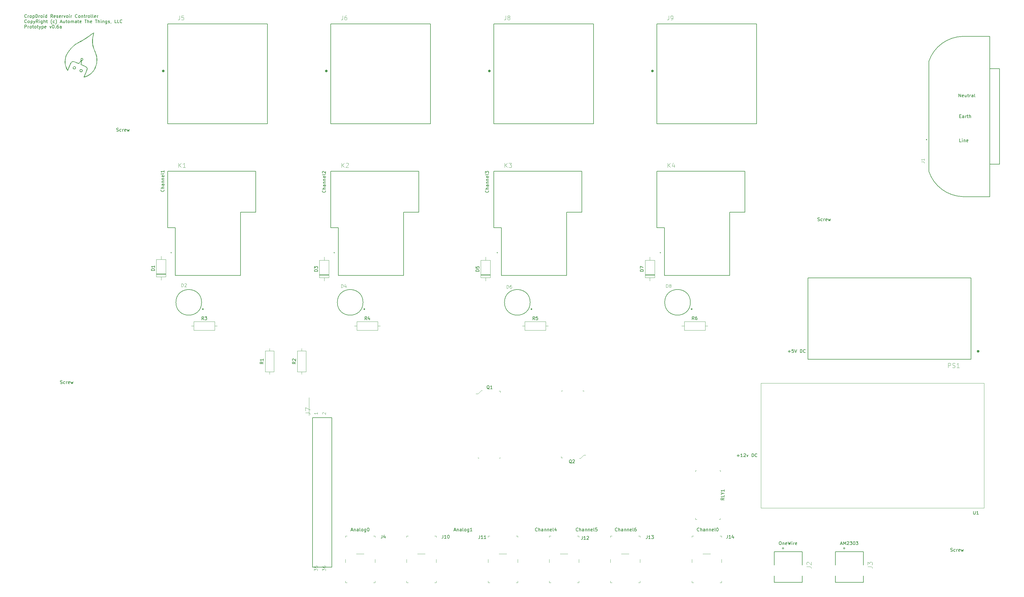
<source format=gto>
G04 #@! TF.GenerationSoftware,KiCad,Pcbnew,5.1.5-52549c5~84~ubuntu18.04.1*
G04 #@! TF.CreationDate,2020-03-01T16:02:55-05:00*
G04 #@! TF.ProjectId,cropdroid-reservoir,63726f70-6472-46f6-9964-2d7265736572,0.6a*
G04 #@! TF.SameCoordinates,Original*
G04 #@! TF.FileFunction,Legend,Top*
G04 #@! TF.FilePolarity,Positive*
%FSLAX46Y46*%
G04 Gerber Fmt 4.6, Leading zero omitted, Abs format (unit mm)*
G04 Created by KiCad (PCBNEW 5.1.5-52549c5~84~ubuntu18.04.1) date 2020-03-01 16:02:55*
%MOMM*%
%LPD*%
G04 APERTURE LIST*
%ADD10C,0.120000*%
%ADD11C,0.150000*%
%ADD12C,0.010000*%
%ADD13C,0.200000*%
%ADD14C,0.127000*%
%ADD15C,0.400000*%
%ADD16C,0.300000*%
%ADD17C,0.152400*%
%ADD18C,0.100000*%
%ADD19C,0.015000*%
G04 APERTURE END LIST*
D10*
X155524200Y-163753800D02*
X155524200Y-158165800D01*
D11*
X304749533Y-143759228D02*
X305511438Y-143759228D01*
X305130485Y-144140180D02*
X305130485Y-143378276D01*
X306463819Y-143140180D02*
X305987628Y-143140180D01*
X305940009Y-143616371D01*
X305987628Y-143568752D01*
X306082866Y-143521133D01*
X306320961Y-143521133D01*
X306416200Y-143568752D01*
X306463819Y-143616371D01*
X306511438Y-143711609D01*
X306511438Y-143949704D01*
X306463819Y-144044942D01*
X306416200Y-144092561D01*
X306320961Y-144140180D01*
X306082866Y-144140180D01*
X305987628Y-144092561D01*
X305940009Y-144044942D01*
X306797152Y-143140180D02*
X307130485Y-144140180D01*
X307463819Y-143140180D01*
X308559057Y-144140180D02*
X308559057Y-143140180D01*
X308797152Y-143140180D01*
X308940009Y-143187800D01*
X309035247Y-143283038D01*
X309082866Y-143378276D01*
X309130485Y-143568752D01*
X309130485Y-143711609D01*
X309082866Y-143902085D01*
X309035247Y-143997323D01*
X308940009Y-144092561D01*
X308797152Y-144140180D01*
X308559057Y-144140180D01*
X310130485Y-144044942D02*
X310082866Y-144092561D01*
X309940009Y-144140180D01*
X309844771Y-144140180D01*
X309701914Y-144092561D01*
X309606676Y-143997323D01*
X309559057Y-143902085D01*
X309511438Y-143711609D01*
X309511438Y-143568752D01*
X309559057Y-143378276D01*
X309606676Y-143283038D01*
X309701914Y-143187800D01*
X309844771Y-143140180D01*
X309940009Y-143140180D01*
X310082866Y-143187800D01*
X310130485Y-143235419D01*
X321135714Y-203798466D02*
X321611904Y-203798466D01*
X321040476Y-204084180D02*
X321373809Y-203084180D01*
X321707142Y-204084180D01*
X322040476Y-204084180D02*
X322040476Y-203084180D01*
X322373809Y-203798466D01*
X322707142Y-203084180D01*
X322707142Y-204084180D01*
X323135714Y-203179419D02*
X323183333Y-203131800D01*
X323278571Y-203084180D01*
X323516666Y-203084180D01*
X323611904Y-203131800D01*
X323659523Y-203179419D01*
X323707142Y-203274657D01*
X323707142Y-203369895D01*
X323659523Y-203512752D01*
X323088095Y-204084180D01*
X323707142Y-204084180D01*
X324040476Y-203084180D02*
X324659523Y-203084180D01*
X324326190Y-203465133D01*
X324469047Y-203465133D01*
X324564285Y-203512752D01*
X324611904Y-203560371D01*
X324659523Y-203655609D01*
X324659523Y-203893704D01*
X324611904Y-203988942D01*
X324564285Y-204036561D01*
X324469047Y-204084180D01*
X324183333Y-204084180D01*
X324088095Y-204036561D01*
X324040476Y-203988942D01*
X325278571Y-203084180D02*
X325373809Y-203084180D01*
X325469047Y-203131800D01*
X325516666Y-203179419D01*
X325564285Y-203274657D01*
X325611904Y-203465133D01*
X325611904Y-203703228D01*
X325564285Y-203893704D01*
X325516666Y-203988942D01*
X325469047Y-204036561D01*
X325373809Y-204084180D01*
X325278571Y-204084180D01*
X325183333Y-204036561D01*
X325135714Y-203988942D01*
X325088095Y-203893704D01*
X325040476Y-203703228D01*
X325040476Y-203465133D01*
X325088095Y-203274657D01*
X325135714Y-203179419D01*
X325183333Y-203131800D01*
X325278571Y-203084180D01*
X325945238Y-203084180D02*
X326564285Y-203084180D01*
X326230952Y-203465133D01*
X326373809Y-203465133D01*
X326469047Y-203512752D01*
X326516666Y-203560371D01*
X326564285Y-203655609D01*
X326564285Y-203893704D01*
X326516666Y-203988942D01*
X326469047Y-204036561D01*
X326373809Y-204084180D01*
X326088095Y-204084180D01*
X325992857Y-204036561D01*
X325945238Y-203988942D01*
X288826961Y-176271228D02*
X289588866Y-176271228D01*
X289207914Y-176652180D02*
X289207914Y-175890276D01*
X290588866Y-176652180D02*
X290017438Y-176652180D01*
X290303152Y-176652180D02*
X290303152Y-175652180D01*
X290207914Y-175795038D01*
X290112676Y-175890276D01*
X290017438Y-175937895D01*
X290969819Y-175747419D02*
X291017438Y-175699800D01*
X291112676Y-175652180D01*
X291350771Y-175652180D01*
X291446009Y-175699800D01*
X291493628Y-175747419D01*
X291541247Y-175842657D01*
X291541247Y-175937895D01*
X291493628Y-176080752D01*
X290922200Y-176652180D01*
X291541247Y-176652180D01*
X291874580Y-175985514D02*
X292112676Y-176652180D01*
X292350771Y-175985514D01*
X293493628Y-176652180D02*
X293493628Y-175652180D01*
X293731723Y-175652180D01*
X293874580Y-175699800D01*
X293969819Y-175795038D01*
X294017438Y-175890276D01*
X294065057Y-176080752D01*
X294065057Y-176223609D01*
X294017438Y-176414085D01*
X293969819Y-176509323D01*
X293874580Y-176604561D01*
X293731723Y-176652180D01*
X293493628Y-176652180D01*
X295065057Y-176556942D02*
X295017438Y-176604561D01*
X294874580Y-176652180D01*
X294779342Y-176652180D01*
X294636485Y-176604561D01*
X294541247Y-176509323D01*
X294493628Y-176414085D01*
X294446009Y-176223609D01*
X294446009Y-176080752D01*
X294493628Y-175890276D01*
X294541247Y-175795038D01*
X294636485Y-175699800D01*
X294779342Y-175652180D01*
X294874580Y-175652180D01*
X295017438Y-175699800D01*
X295065057Y-175747419D01*
X357975209Y-64384180D02*
X357975209Y-63384180D01*
X358546638Y-64384180D01*
X358546638Y-63384180D01*
X359403780Y-64336561D02*
X359308542Y-64384180D01*
X359118066Y-64384180D01*
X359022828Y-64336561D01*
X358975209Y-64241323D01*
X358975209Y-63860371D01*
X359022828Y-63765133D01*
X359118066Y-63717514D01*
X359308542Y-63717514D01*
X359403780Y-63765133D01*
X359451400Y-63860371D01*
X359451400Y-63955609D01*
X358975209Y-64050847D01*
X360308542Y-63717514D02*
X360308542Y-64384180D01*
X359879971Y-63717514D02*
X359879971Y-64241323D01*
X359927590Y-64336561D01*
X360022828Y-64384180D01*
X360165685Y-64384180D01*
X360260923Y-64336561D01*
X360308542Y-64288942D01*
X360641876Y-63717514D02*
X361022828Y-63717514D01*
X360784733Y-63384180D02*
X360784733Y-64241323D01*
X360832352Y-64336561D01*
X360927590Y-64384180D01*
X361022828Y-64384180D01*
X361356161Y-64384180D02*
X361356161Y-63717514D01*
X361356161Y-63907990D02*
X361403780Y-63812752D01*
X361451400Y-63765133D01*
X361546638Y-63717514D01*
X361641876Y-63717514D01*
X362403780Y-64384180D02*
X362403780Y-63860371D01*
X362356161Y-63765133D01*
X362260923Y-63717514D01*
X362070447Y-63717514D01*
X361975209Y-63765133D01*
X362403780Y-64336561D02*
X362308542Y-64384180D01*
X362070447Y-64384180D01*
X361975209Y-64336561D01*
X361927590Y-64241323D01*
X361927590Y-64146085D01*
X361975209Y-64050847D01*
X362070447Y-64003228D01*
X362308542Y-64003228D01*
X362403780Y-63955609D01*
X363022828Y-64384180D02*
X362927590Y-64336561D01*
X362879971Y-64241323D01*
X362879971Y-63384180D01*
X358229114Y-70362771D02*
X358562447Y-70362771D01*
X358705304Y-70886580D02*
X358229114Y-70886580D01*
X358229114Y-69886580D01*
X358705304Y-69886580D01*
X359562447Y-70886580D02*
X359562447Y-70362771D01*
X359514828Y-70267533D01*
X359419590Y-70219914D01*
X359229114Y-70219914D01*
X359133876Y-70267533D01*
X359562447Y-70838961D02*
X359467209Y-70886580D01*
X359229114Y-70886580D01*
X359133876Y-70838961D01*
X359086257Y-70743723D01*
X359086257Y-70648485D01*
X359133876Y-70553247D01*
X359229114Y-70505628D01*
X359467209Y-70505628D01*
X359562447Y-70458009D01*
X360038638Y-70886580D02*
X360038638Y-70219914D01*
X360038638Y-70410390D02*
X360086257Y-70315152D01*
X360133876Y-70267533D01*
X360229114Y-70219914D01*
X360324352Y-70219914D01*
X360514828Y-70219914D02*
X360895780Y-70219914D01*
X360657685Y-69886580D02*
X360657685Y-70743723D01*
X360705304Y-70838961D01*
X360800542Y-70886580D01*
X360895780Y-70886580D01*
X361229114Y-70886580D02*
X361229114Y-69886580D01*
X361657685Y-70886580D02*
X361657685Y-70362771D01*
X361610066Y-70267533D01*
X361514828Y-70219914D01*
X361371971Y-70219914D01*
X361276733Y-70267533D01*
X361229114Y-70315152D01*
X358702076Y-78379580D02*
X358225885Y-78379580D01*
X358225885Y-77379580D01*
X359035409Y-78379580D02*
X359035409Y-77712914D01*
X359035409Y-77379580D02*
X358987790Y-77427200D01*
X359035409Y-77474819D01*
X359083028Y-77427200D01*
X359035409Y-77379580D01*
X359035409Y-77474819D01*
X359511600Y-77712914D02*
X359511600Y-78379580D01*
X359511600Y-77808152D02*
X359559219Y-77760533D01*
X359654457Y-77712914D01*
X359797314Y-77712914D01*
X359892552Y-77760533D01*
X359940171Y-77855771D01*
X359940171Y-78379580D01*
X360797314Y-78331961D02*
X360702076Y-78379580D01*
X360511600Y-78379580D01*
X360416361Y-78331961D01*
X360368742Y-78236723D01*
X360368742Y-77855771D01*
X360416361Y-77760533D01*
X360511600Y-77712914D01*
X360702076Y-77712914D01*
X360797314Y-77760533D01*
X360844933Y-77855771D01*
X360844933Y-77951009D01*
X360368742Y-78046247D01*
X211367642Y-93535166D02*
X211415261Y-93582785D01*
X211462880Y-93725642D01*
X211462880Y-93820880D01*
X211415261Y-93963738D01*
X211320023Y-94058976D01*
X211224785Y-94106595D01*
X211034309Y-94154214D01*
X210891452Y-94154214D01*
X210700976Y-94106595D01*
X210605738Y-94058976D01*
X210510500Y-93963738D01*
X210462880Y-93820880D01*
X210462880Y-93725642D01*
X210510500Y-93582785D01*
X210558119Y-93535166D01*
X211462880Y-93106595D02*
X210462880Y-93106595D01*
X211462880Y-92678023D02*
X210939071Y-92678023D01*
X210843833Y-92725642D01*
X210796214Y-92820880D01*
X210796214Y-92963738D01*
X210843833Y-93058976D01*
X210891452Y-93106595D01*
X211462880Y-91773261D02*
X210939071Y-91773261D01*
X210843833Y-91820880D01*
X210796214Y-91916119D01*
X210796214Y-92106595D01*
X210843833Y-92201833D01*
X211415261Y-91773261D02*
X211462880Y-91868500D01*
X211462880Y-92106595D01*
X211415261Y-92201833D01*
X211320023Y-92249452D01*
X211224785Y-92249452D01*
X211129547Y-92201833D01*
X211081928Y-92106595D01*
X211081928Y-91868500D01*
X211034309Y-91773261D01*
X210796214Y-91297071D02*
X211462880Y-91297071D01*
X210891452Y-91297071D02*
X210843833Y-91249452D01*
X210796214Y-91154214D01*
X210796214Y-91011357D01*
X210843833Y-90916119D01*
X210939071Y-90868500D01*
X211462880Y-90868500D01*
X210796214Y-90392309D02*
X211462880Y-90392309D01*
X210891452Y-90392309D02*
X210843833Y-90344690D01*
X210796214Y-90249452D01*
X210796214Y-90106595D01*
X210843833Y-90011357D01*
X210939071Y-89963738D01*
X211462880Y-89963738D01*
X211415261Y-89106595D02*
X211462880Y-89201833D01*
X211462880Y-89392309D01*
X211415261Y-89487547D01*
X211320023Y-89535166D01*
X210939071Y-89535166D01*
X210843833Y-89487547D01*
X210796214Y-89392309D01*
X210796214Y-89201833D01*
X210843833Y-89106595D01*
X210939071Y-89058976D01*
X211034309Y-89058976D01*
X211129547Y-89535166D01*
X211462880Y-88487547D02*
X211415261Y-88582785D01*
X211320023Y-88630404D01*
X210462880Y-88630404D01*
X210462880Y-88201833D02*
X210462880Y-87582785D01*
X210843833Y-87916119D01*
X210843833Y-87773261D01*
X210891452Y-87678023D01*
X210939071Y-87630404D01*
X211034309Y-87582785D01*
X211272404Y-87582785D01*
X211367642Y-87630404D01*
X211415261Y-87678023D01*
X211462880Y-87773261D01*
X211462880Y-88058976D01*
X211415261Y-88154214D01*
X211367642Y-88201833D01*
X160567642Y-93535166D02*
X160615261Y-93582785D01*
X160662880Y-93725642D01*
X160662880Y-93820880D01*
X160615261Y-93963738D01*
X160520023Y-94058976D01*
X160424785Y-94106595D01*
X160234309Y-94154214D01*
X160091452Y-94154214D01*
X159900976Y-94106595D01*
X159805738Y-94058976D01*
X159710500Y-93963738D01*
X159662880Y-93820880D01*
X159662880Y-93725642D01*
X159710500Y-93582785D01*
X159758119Y-93535166D01*
X160662880Y-93106595D02*
X159662880Y-93106595D01*
X160662880Y-92678023D02*
X160139071Y-92678023D01*
X160043833Y-92725642D01*
X159996214Y-92820880D01*
X159996214Y-92963738D01*
X160043833Y-93058976D01*
X160091452Y-93106595D01*
X160662880Y-91773261D02*
X160139071Y-91773261D01*
X160043833Y-91820880D01*
X159996214Y-91916119D01*
X159996214Y-92106595D01*
X160043833Y-92201833D01*
X160615261Y-91773261D02*
X160662880Y-91868500D01*
X160662880Y-92106595D01*
X160615261Y-92201833D01*
X160520023Y-92249452D01*
X160424785Y-92249452D01*
X160329547Y-92201833D01*
X160281928Y-92106595D01*
X160281928Y-91868500D01*
X160234309Y-91773261D01*
X159996214Y-91297071D02*
X160662880Y-91297071D01*
X160091452Y-91297071D02*
X160043833Y-91249452D01*
X159996214Y-91154214D01*
X159996214Y-91011357D01*
X160043833Y-90916119D01*
X160139071Y-90868500D01*
X160662880Y-90868500D01*
X159996214Y-90392309D02*
X160662880Y-90392309D01*
X160091452Y-90392309D02*
X160043833Y-90344690D01*
X159996214Y-90249452D01*
X159996214Y-90106595D01*
X160043833Y-90011357D01*
X160139071Y-89963738D01*
X160662880Y-89963738D01*
X160615261Y-89106595D02*
X160662880Y-89201833D01*
X160662880Y-89392309D01*
X160615261Y-89487547D01*
X160520023Y-89535166D01*
X160139071Y-89535166D01*
X160043833Y-89487547D01*
X159996214Y-89392309D01*
X159996214Y-89201833D01*
X160043833Y-89106595D01*
X160139071Y-89058976D01*
X160234309Y-89058976D01*
X160329547Y-89535166D01*
X160662880Y-88487547D02*
X160615261Y-88582785D01*
X160520023Y-88630404D01*
X159662880Y-88630404D01*
X159758119Y-88154214D02*
X159710500Y-88106595D01*
X159662880Y-88011357D01*
X159662880Y-87773261D01*
X159710500Y-87678023D01*
X159758119Y-87630404D01*
X159853357Y-87582785D01*
X159948595Y-87582785D01*
X160091452Y-87630404D01*
X160662880Y-88201833D01*
X160662880Y-87582785D01*
X110275642Y-93281166D02*
X110323261Y-93328785D01*
X110370880Y-93471642D01*
X110370880Y-93566880D01*
X110323261Y-93709738D01*
X110228023Y-93804976D01*
X110132785Y-93852595D01*
X109942309Y-93900214D01*
X109799452Y-93900214D01*
X109608976Y-93852595D01*
X109513738Y-93804976D01*
X109418500Y-93709738D01*
X109370880Y-93566880D01*
X109370880Y-93471642D01*
X109418500Y-93328785D01*
X109466119Y-93281166D01*
X110370880Y-92852595D02*
X109370880Y-92852595D01*
X110370880Y-92424023D02*
X109847071Y-92424023D01*
X109751833Y-92471642D01*
X109704214Y-92566880D01*
X109704214Y-92709738D01*
X109751833Y-92804976D01*
X109799452Y-92852595D01*
X110370880Y-91519261D02*
X109847071Y-91519261D01*
X109751833Y-91566880D01*
X109704214Y-91662119D01*
X109704214Y-91852595D01*
X109751833Y-91947833D01*
X110323261Y-91519261D02*
X110370880Y-91614500D01*
X110370880Y-91852595D01*
X110323261Y-91947833D01*
X110228023Y-91995452D01*
X110132785Y-91995452D01*
X110037547Y-91947833D01*
X109989928Y-91852595D01*
X109989928Y-91614500D01*
X109942309Y-91519261D01*
X109704214Y-91043071D02*
X110370880Y-91043071D01*
X109799452Y-91043071D02*
X109751833Y-90995452D01*
X109704214Y-90900214D01*
X109704214Y-90757357D01*
X109751833Y-90662119D01*
X109847071Y-90614500D01*
X110370880Y-90614500D01*
X109704214Y-90138309D02*
X110370880Y-90138309D01*
X109799452Y-90138309D02*
X109751833Y-90090690D01*
X109704214Y-89995452D01*
X109704214Y-89852595D01*
X109751833Y-89757357D01*
X109847071Y-89709738D01*
X110370880Y-89709738D01*
X110323261Y-88852595D02*
X110370880Y-88947833D01*
X110370880Y-89138309D01*
X110323261Y-89233547D01*
X110228023Y-89281166D01*
X109847071Y-89281166D01*
X109751833Y-89233547D01*
X109704214Y-89138309D01*
X109704214Y-88947833D01*
X109751833Y-88852595D01*
X109847071Y-88804976D01*
X109942309Y-88804976D01*
X110037547Y-89281166D01*
X110370880Y-88233547D02*
X110323261Y-88328785D01*
X110228023Y-88376404D01*
X109370880Y-88376404D01*
X110370880Y-87328785D02*
X110370880Y-87900214D01*
X110370880Y-87614500D02*
X109370880Y-87614500D01*
X109513738Y-87709738D01*
X109608976Y-87804976D01*
X109656595Y-87900214D01*
X251536533Y-199747142D02*
X251488914Y-199794761D01*
X251346057Y-199842380D01*
X251250819Y-199842380D01*
X251107961Y-199794761D01*
X251012723Y-199699523D01*
X250965104Y-199604285D01*
X250917485Y-199413809D01*
X250917485Y-199270952D01*
X250965104Y-199080476D01*
X251012723Y-198985238D01*
X251107961Y-198890000D01*
X251250819Y-198842380D01*
X251346057Y-198842380D01*
X251488914Y-198890000D01*
X251536533Y-198937619D01*
X251965104Y-199842380D02*
X251965104Y-198842380D01*
X252393676Y-199842380D02*
X252393676Y-199318571D01*
X252346057Y-199223333D01*
X252250819Y-199175714D01*
X252107961Y-199175714D01*
X252012723Y-199223333D01*
X251965104Y-199270952D01*
X253298438Y-199842380D02*
X253298438Y-199318571D01*
X253250819Y-199223333D01*
X253155580Y-199175714D01*
X252965104Y-199175714D01*
X252869866Y-199223333D01*
X253298438Y-199794761D02*
X253203200Y-199842380D01*
X252965104Y-199842380D01*
X252869866Y-199794761D01*
X252822247Y-199699523D01*
X252822247Y-199604285D01*
X252869866Y-199509047D01*
X252965104Y-199461428D01*
X253203200Y-199461428D01*
X253298438Y-199413809D01*
X253774628Y-199175714D02*
X253774628Y-199842380D01*
X253774628Y-199270952D02*
X253822247Y-199223333D01*
X253917485Y-199175714D01*
X254060342Y-199175714D01*
X254155580Y-199223333D01*
X254203200Y-199318571D01*
X254203200Y-199842380D01*
X254679390Y-199175714D02*
X254679390Y-199842380D01*
X254679390Y-199270952D02*
X254727009Y-199223333D01*
X254822247Y-199175714D01*
X254965104Y-199175714D01*
X255060342Y-199223333D01*
X255107961Y-199318571D01*
X255107961Y-199842380D01*
X255965104Y-199794761D02*
X255869866Y-199842380D01*
X255679390Y-199842380D01*
X255584152Y-199794761D01*
X255536533Y-199699523D01*
X255536533Y-199318571D01*
X255584152Y-199223333D01*
X255679390Y-199175714D01*
X255869866Y-199175714D01*
X255965104Y-199223333D01*
X256012723Y-199318571D01*
X256012723Y-199413809D01*
X255536533Y-199509047D01*
X256584152Y-199842380D02*
X256488914Y-199794761D01*
X256441295Y-199699523D01*
X256441295Y-198842380D01*
X257393676Y-198842380D02*
X257203200Y-198842380D01*
X257107961Y-198890000D01*
X257060342Y-198937619D01*
X256965104Y-199080476D01*
X256917485Y-199270952D01*
X256917485Y-199651904D01*
X256965104Y-199747142D01*
X257012723Y-199794761D01*
X257107961Y-199842380D01*
X257298438Y-199842380D01*
X257393676Y-199794761D01*
X257441295Y-199747142D01*
X257488914Y-199651904D01*
X257488914Y-199413809D01*
X257441295Y-199318571D01*
X257393676Y-199270952D01*
X257298438Y-199223333D01*
X257107961Y-199223333D01*
X257012723Y-199270952D01*
X256965104Y-199318571D01*
X256917485Y-199413809D01*
X239344533Y-199747142D02*
X239296914Y-199794761D01*
X239154057Y-199842380D01*
X239058819Y-199842380D01*
X238915961Y-199794761D01*
X238820723Y-199699523D01*
X238773104Y-199604285D01*
X238725485Y-199413809D01*
X238725485Y-199270952D01*
X238773104Y-199080476D01*
X238820723Y-198985238D01*
X238915961Y-198890000D01*
X239058819Y-198842380D01*
X239154057Y-198842380D01*
X239296914Y-198890000D01*
X239344533Y-198937619D01*
X239773104Y-199842380D02*
X239773104Y-198842380D01*
X240201676Y-199842380D02*
X240201676Y-199318571D01*
X240154057Y-199223333D01*
X240058819Y-199175714D01*
X239915961Y-199175714D01*
X239820723Y-199223333D01*
X239773104Y-199270952D01*
X241106438Y-199842380D02*
X241106438Y-199318571D01*
X241058819Y-199223333D01*
X240963580Y-199175714D01*
X240773104Y-199175714D01*
X240677866Y-199223333D01*
X241106438Y-199794761D02*
X241011200Y-199842380D01*
X240773104Y-199842380D01*
X240677866Y-199794761D01*
X240630247Y-199699523D01*
X240630247Y-199604285D01*
X240677866Y-199509047D01*
X240773104Y-199461428D01*
X241011200Y-199461428D01*
X241106438Y-199413809D01*
X241582628Y-199175714D02*
X241582628Y-199842380D01*
X241582628Y-199270952D02*
X241630247Y-199223333D01*
X241725485Y-199175714D01*
X241868342Y-199175714D01*
X241963580Y-199223333D01*
X242011200Y-199318571D01*
X242011200Y-199842380D01*
X242487390Y-199175714D02*
X242487390Y-199842380D01*
X242487390Y-199270952D02*
X242535009Y-199223333D01*
X242630247Y-199175714D01*
X242773104Y-199175714D01*
X242868342Y-199223333D01*
X242915961Y-199318571D01*
X242915961Y-199842380D01*
X243773104Y-199794761D02*
X243677866Y-199842380D01*
X243487390Y-199842380D01*
X243392152Y-199794761D01*
X243344533Y-199699523D01*
X243344533Y-199318571D01*
X243392152Y-199223333D01*
X243487390Y-199175714D01*
X243677866Y-199175714D01*
X243773104Y-199223333D01*
X243820723Y-199318571D01*
X243820723Y-199413809D01*
X243344533Y-199509047D01*
X244392152Y-199842380D02*
X244296914Y-199794761D01*
X244249295Y-199699523D01*
X244249295Y-198842380D01*
X245249295Y-198842380D02*
X244773104Y-198842380D01*
X244725485Y-199318571D01*
X244773104Y-199270952D01*
X244868342Y-199223333D01*
X245106438Y-199223333D01*
X245201676Y-199270952D01*
X245249295Y-199318571D01*
X245296914Y-199413809D01*
X245296914Y-199651904D01*
X245249295Y-199747142D01*
X245201676Y-199794761D01*
X245106438Y-199842380D01*
X244868342Y-199842380D01*
X244773104Y-199794761D01*
X244725485Y-199747142D01*
X226644533Y-199747142D02*
X226596914Y-199794761D01*
X226454057Y-199842380D01*
X226358819Y-199842380D01*
X226215961Y-199794761D01*
X226120723Y-199699523D01*
X226073104Y-199604285D01*
X226025485Y-199413809D01*
X226025485Y-199270952D01*
X226073104Y-199080476D01*
X226120723Y-198985238D01*
X226215961Y-198890000D01*
X226358819Y-198842380D01*
X226454057Y-198842380D01*
X226596914Y-198890000D01*
X226644533Y-198937619D01*
X227073104Y-199842380D02*
X227073104Y-198842380D01*
X227501676Y-199842380D02*
X227501676Y-199318571D01*
X227454057Y-199223333D01*
X227358819Y-199175714D01*
X227215961Y-199175714D01*
X227120723Y-199223333D01*
X227073104Y-199270952D01*
X228406438Y-199842380D02*
X228406438Y-199318571D01*
X228358819Y-199223333D01*
X228263580Y-199175714D01*
X228073104Y-199175714D01*
X227977866Y-199223333D01*
X228406438Y-199794761D02*
X228311200Y-199842380D01*
X228073104Y-199842380D01*
X227977866Y-199794761D01*
X227930247Y-199699523D01*
X227930247Y-199604285D01*
X227977866Y-199509047D01*
X228073104Y-199461428D01*
X228311200Y-199461428D01*
X228406438Y-199413809D01*
X228882628Y-199175714D02*
X228882628Y-199842380D01*
X228882628Y-199270952D02*
X228930247Y-199223333D01*
X229025485Y-199175714D01*
X229168342Y-199175714D01*
X229263580Y-199223333D01*
X229311200Y-199318571D01*
X229311200Y-199842380D01*
X229787390Y-199175714D02*
X229787390Y-199842380D01*
X229787390Y-199270952D02*
X229835009Y-199223333D01*
X229930247Y-199175714D01*
X230073104Y-199175714D01*
X230168342Y-199223333D01*
X230215961Y-199318571D01*
X230215961Y-199842380D01*
X231073104Y-199794761D02*
X230977866Y-199842380D01*
X230787390Y-199842380D01*
X230692152Y-199794761D01*
X230644533Y-199699523D01*
X230644533Y-199318571D01*
X230692152Y-199223333D01*
X230787390Y-199175714D01*
X230977866Y-199175714D01*
X231073104Y-199223333D01*
X231120723Y-199318571D01*
X231120723Y-199413809D01*
X230644533Y-199509047D01*
X231692152Y-199842380D02*
X231596914Y-199794761D01*
X231549295Y-199699523D01*
X231549295Y-198842380D01*
X232501676Y-199175714D02*
X232501676Y-199842380D01*
X232263580Y-198794761D02*
X232025485Y-199509047D01*
X232644533Y-199509047D01*
X277063533Y-199747142D02*
X277015914Y-199794761D01*
X276873057Y-199842380D01*
X276777819Y-199842380D01*
X276634961Y-199794761D01*
X276539723Y-199699523D01*
X276492104Y-199604285D01*
X276444485Y-199413809D01*
X276444485Y-199270952D01*
X276492104Y-199080476D01*
X276539723Y-198985238D01*
X276634961Y-198890000D01*
X276777819Y-198842380D01*
X276873057Y-198842380D01*
X277015914Y-198890000D01*
X277063533Y-198937619D01*
X277492104Y-199842380D02*
X277492104Y-198842380D01*
X277920676Y-199842380D02*
X277920676Y-199318571D01*
X277873057Y-199223333D01*
X277777819Y-199175714D01*
X277634961Y-199175714D01*
X277539723Y-199223333D01*
X277492104Y-199270952D01*
X278825438Y-199842380D02*
X278825438Y-199318571D01*
X278777819Y-199223333D01*
X278682580Y-199175714D01*
X278492104Y-199175714D01*
X278396866Y-199223333D01*
X278825438Y-199794761D02*
X278730200Y-199842380D01*
X278492104Y-199842380D01*
X278396866Y-199794761D01*
X278349247Y-199699523D01*
X278349247Y-199604285D01*
X278396866Y-199509047D01*
X278492104Y-199461428D01*
X278730200Y-199461428D01*
X278825438Y-199413809D01*
X279301628Y-199175714D02*
X279301628Y-199842380D01*
X279301628Y-199270952D02*
X279349247Y-199223333D01*
X279444485Y-199175714D01*
X279587342Y-199175714D01*
X279682580Y-199223333D01*
X279730200Y-199318571D01*
X279730200Y-199842380D01*
X280206390Y-199175714D02*
X280206390Y-199842380D01*
X280206390Y-199270952D02*
X280254009Y-199223333D01*
X280349247Y-199175714D01*
X280492104Y-199175714D01*
X280587342Y-199223333D01*
X280634961Y-199318571D01*
X280634961Y-199842380D01*
X281492104Y-199794761D02*
X281396866Y-199842380D01*
X281206390Y-199842380D01*
X281111152Y-199794761D01*
X281063533Y-199699523D01*
X281063533Y-199318571D01*
X281111152Y-199223333D01*
X281206390Y-199175714D01*
X281396866Y-199175714D01*
X281492104Y-199223333D01*
X281539723Y-199318571D01*
X281539723Y-199413809D01*
X281063533Y-199509047D01*
X282111152Y-199842380D02*
X282015914Y-199794761D01*
X281968295Y-199699523D01*
X281968295Y-198842380D01*
X282682580Y-198842380D02*
X282777819Y-198842380D01*
X282873057Y-198890000D01*
X282920676Y-198937619D01*
X282968295Y-199032857D01*
X283015914Y-199223333D01*
X283015914Y-199461428D01*
X282968295Y-199651904D01*
X282920676Y-199747142D01*
X282873057Y-199794761D01*
X282777819Y-199842380D01*
X282682580Y-199842380D01*
X282587342Y-199794761D01*
X282539723Y-199747142D01*
X282492104Y-199651904D01*
X282444485Y-199461428D01*
X282444485Y-199223333D01*
X282492104Y-199032857D01*
X282539723Y-198937619D01*
X282587342Y-198890000D01*
X282682580Y-198842380D01*
X200744485Y-199556666D02*
X201220676Y-199556666D01*
X200649247Y-199842380D02*
X200982580Y-198842380D01*
X201315914Y-199842380D01*
X201649247Y-199175714D02*
X201649247Y-199842380D01*
X201649247Y-199270952D02*
X201696866Y-199223333D01*
X201792104Y-199175714D01*
X201934961Y-199175714D01*
X202030200Y-199223333D01*
X202077819Y-199318571D01*
X202077819Y-199842380D01*
X202982580Y-199842380D02*
X202982580Y-199318571D01*
X202934961Y-199223333D01*
X202839723Y-199175714D01*
X202649247Y-199175714D01*
X202554009Y-199223333D01*
X202982580Y-199794761D02*
X202887342Y-199842380D01*
X202649247Y-199842380D01*
X202554009Y-199794761D01*
X202506390Y-199699523D01*
X202506390Y-199604285D01*
X202554009Y-199509047D01*
X202649247Y-199461428D01*
X202887342Y-199461428D01*
X202982580Y-199413809D01*
X203601628Y-199842380D02*
X203506390Y-199794761D01*
X203458771Y-199699523D01*
X203458771Y-198842380D01*
X204125438Y-199842380D02*
X204030200Y-199794761D01*
X203982580Y-199747142D01*
X203934961Y-199651904D01*
X203934961Y-199366190D01*
X203982580Y-199270952D01*
X204030200Y-199223333D01*
X204125438Y-199175714D01*
X204268295Y-199175714D01*
X204363533Y-199223333D01*
X204411152Y-199270952D01*
X204458771Y-199366190D01*
X204458771Y-199651904D01*
X204411152Y-199747142D01*
X204363533Y-199794761D01*
X204268295Y-199842380D01*
X204125438Y-199842380D01*
X205315914Y-199175714D02*
X205315914Y-199985238D01*
X205268295Y-200080476D01*
X205220676Y-200128095D01*
X205125438Y-200175714D01*
X204982580Y-200175714D01*
X204887342Y-200128095D01*
X205315914Y-199794761D02*
X205220676Y-199842380D01*
X205030200Y-199842380D01*
X204934961Y-199794761D01*
X204887342Y-199747142D01*
X204839723Y-199651904D01*
X204839723Y-199366190D01*
X204887342Y-199270952D01*
X204934961Y-199223333D01*
X205030200Y-199175714D01*
X205220676Y-199175714D01*
X205315914Y-199223333D01*
X206315914Y-199842380D02*
X205744485Y-199842380D01*
X206030200Y-199842380D02*
X206030200Y-198842380D01*
X205934961Y-198985238D01*
X205839723Y-199080476D01*
X205744485Y-199128095D01*
X168664285Y-199556666D02*
X169140476Y-199556666D01*
X168569047Y-199842380D02*
X168902380Y-198842380D01*
X169235714Y-199842380D01*
X169569047Y-199175714D02*
X169569047Y-199842380D01*
X169569047Y-199270952D02*
X169616666Y-199223333D01*
X169711904Y-199175714D01*
X169854761Y-199175714D01*
X169950000Y-199223333D01*
X169997619Y-199318571D01*
X169997619Y-199842380D01*
X170902380Y-199842380D02*
X170902380Y-199318571D01*
X170854761Y-199223333D01*
X170759523Y-199175714D01*
X170569047Y-199175714D01*
X170473809Y-199223333D01*
X170902380Y-199794761D02*
X170807142Y-199842380D01*
X170569047Y-199842380D01*
X170473809Y-199794761D01*
X170426190Y-199699523D01*
X170426190Y-199604285D01*
X170473809Y-199509047D01*
X170569047Y-199461428D01*
X170807142Y-199461428D01*
X170902380Y-199413809D01*
X171521428Y-199842380D02*
X171426190Y-199794761D01*
X171378571Y-199699523D01*
X171378571Y-198842380D01*
X172045238Y-199842380D02*
X171950000Y-199794761D01*
X171902380Y-199747142D01*
X171854761Y-199651904D01*
X171854761Y-199366190D01*
X171902380Y-199270952D01*
X171950000Y-199223333D01*
X172045238Y-199175714D01*
X172188095Y-199175714D01*
X172283333Y-199223333D01*
X172330952Y-199270952D01*
X172378571Y-199366190D01*
X172378571Y-199651904D01*
X172330952Y-199747142D01*
X172283333Y-199794761D01*
X172188095Y-199842380D01*
X172045238Y-199842380D01*
X173235714Y-199175714D02*
X173235714Y-199985238D01*
X173188095Y-200080476D01*
X173140476Y-200128095D01*
X173045238Y-200175714D01*
X172902380Y-200175714D01*
X172807142Y-200128095D01*
X173235714Y-199794761D02*
X173140476Y-199842380D01*
X172950000Y-199842380D01*
X172854761Y-199794761D01*
X172807142Y-199747142D01*
X172759523Y-199651904D01*
X172759523Y-199366190D01*
X172807142Y-199270952D01*
X172854761Y-199223333D01*
X172950000Y-199175714D01*
X173140476Y-199175714D01*
X173235714Y-199223333D01*
X173902380Y-198842380D02*
X173997619Y-198842380D01*
X174092857Y-198890000D01*
X174140476Y-198937619D01*
X174188095Y-199032857D01*
X174235714Y-199223333D01*
X174235714Y-199461428D01*
X174188095Y-199651904D01*
X174140476Y-199747142D01*
X174092857Y-199794761D01*
X173997619Y-199842380D01*
X173902380Y-199842380D01*
X173807142Y-199794761D01*
X173759523Y-199747142D01*
X173711904Y-199651904D01*
X173664285Y-199461428D01*
X173664285Y-199223333D01*
X173711904Y-199032857D01*
X173759523Y-198937619D01*
X173807142Y-198890000D01*
X173902380Y-198842380D01*
X302225390Y-203084180D02*
X302415866Y-203084180D01*
X302511104Y-203131800D01*
X302606342Y-203227038D01*
X302653961Y-203417514D01*
X302653961Y-203750847D01*
X302606342Y-203941323D01*
X302511104Y-204036561D01*
X302415866Y-204084180D01*
X302225390Y-204084180D01*
X302130152Y-204036561D01*
X302034914Y-203941323D01*
X301987295Y-203750847D01*
X301987295Y-203417514D01*
X302034914Y-203227038D01*
X302130152Y-203131800D01*
X302225390Y-203084180D01*
X303082533Y-203417514D02*
X303082533Y-204084180D01*
X303082533Y-203512752D02*
X303130152Y-203465133D01*
X303225390Y-203417514D01*
X303368247Y-203417514D01*
X303463485Y-203465133D01*
X303511104Y-203560371D01*
X303511104Y-204084180D01*
X304368247Y-204036561D02*
X304273009Y-204084180D01*
X304082533Y-204084180D01*
X303987295Y-204036561D01*
X303939676Y-203941323D01*
X303939676Y-203560371D01*
X303987295Y-203465133D01*
X304082533Y-203417514D01*
X304273009Y-203417514D01*
X304368247Y-203465133D01*
X304415866Y-203560371D01*
X304415866Y-203655609D01*
X303939676Y-203750847D01*
X304749200Y-203084180D02*
X304987295Y-204084180D01*
X305177771Y-203369895D01*
X305368247Y-204084180D01*
X305606342Y-203084180D01*
X305987295Y-204084180D02*
X305987295Y-203417514D01*
X305987295Y-203084180D02*
X305939676Y-203131800D01*
X305987295Y-203179419D01*
X306034914Y-203131800D01*
X305987295Y-203084180D01*
X305987295Y-203179419D01*
X306463485Y-204084180D02*
X306463485Y-203417514D01*
X306463485Y-203607990D02*
X306511104Y-203512752D01*
X306558723Y-203465133D01*
X306653961Y-203417514D01*
X306749200Y-203417514D01*
X307463485Y-204036561D02*
X307368247Y-204084180D01*
X307177771Y-204084180D01*
X307082533Y-204036561D01*
X307034914Y-203941323D01*
X307034914Y-203560371D01*
X307082533Y-203465133D01*
X307177771Y-203417514D01*
X307368247Y-203417514D01*
X307463485Y-203465133D01*
X307511104Y-203560371D01*
X307511104Y-203655609D01*
X307034914Y-203750847D01*
X67531223Y-39524942D02*
X67483604Y-39572561D01*
X67340747Y-39620180D01*
X67245509Y-39620180D01*
X67102652Y-39572561D01*
X67007414Y-39477323D01*
X66959795Y-39382085D01*
X66912176Y-39191609D01*
X66912176Y-39048752D01*
X66959795Y-38858276D01*
X67007414Y-38763038D01*
X67102652Y-38667800D01*
X67245509Y-38620180D01*
X67340747Y-38620180D01*
X67483604Y-38667800D01*
X67531223Y-38715419D01*
X67959795Y-39620180D02*
X67959795Y-38953514D01*
X67959795Y-39143990D02*
X68007414Y-39048752D01*
X68055033Y-39001133D01*
X68150271Y-38953514D01*
X68245509Y-38953514D01*
X68721700Y-39620180D02*
X68626461Y-39572561D01*
X68578842Y-39524942D01*
X68531223Y-39429704D01*
X68531223Y-39143990D01*
X68578842Y-39048752D01*
X68626461Y-39001133D01*
X68721700Y-38953514D01*
X68864557Y-38953514D01*
X68959795Y-39001133D01*
X69007414Y-39048752D01*
X69055033Y-39143990D01*
X69055033Y-39429704D01*
X69007414Y-39524942D01*
X68959795Y-39572561D01*
X68864557Y-39620180D01*
X68721700Y-39620180D01*
X69483604Y-38953514D02*
X69483604Y-39953514D01*
X69483604Y-39001133D02*
X69578842Y-38953514D01*
X69769319Y-38953514D01*
X69864557Y-39001133D01*
X69912176Y-39048752D01*
X69959795Y-39143990D01*
X69959795Y-39429704D01*
X69912176Y-39524942D01*
X69864557Y-39572561D01*
X69769319Y-39620180D01*
X69578842Y-39620180D01*
X69483604Y-39572561D01*
X70388366Y-39620180D02*
X70388366Y-38620180D01*
X70626461Y-38620180D01*
X70769319Y-38667800D01*
X70864557Y-38763038D01*
X70912176Y-38858276D01*
X70959795Y-39048752D01*
X70959795Y-39191609D01*
X70912176Y-39382085D01*
X70864557Y-39477323D01*
X70769319Y-39572561D01*
X70626461Y-39620180D01*
X70388366Y-39620180D01*
X71388366Y-39620180D02*
X71388366Y-38953514D01*
X71388366Y-39143990D02*
X71435985Y-39048752D01*
X71483604Y-39001133D01*
X71578842Y-38953514D01*
X71674080Y-38953514D01*
X72150271Y-39620180D02*
X72055033Y-39572561D01*
X72007414Y-39524942D01*
X71959795Y-39429704D01*
X71959795Y-39143990D01*
X72007414Y-39048752D01*
X72055033Y-39001133D01*
X72150271Y-38953514D01*
X72293128Y-38953514D01*
X72388366Y-39001133D01*
X72435985Y-39048752D01*
X72483604Y-39143990D01*
X72483604Y-39429704D01*
X72435985Y-39524942D01*
X72388366Y-39572561D01*
X72293128Y-39620180D01*
X72150271Y-39620180D01*
X72912176Y-39620180D02*
X72912176Y-38953514D01*
X72912176Y-38620180D02*
X72864557Y-38667800D01*
X72912176Y-38715419D01*
X72959795Y-38667800D01*
X72912176Y-38620180D01*
X72912176Y-38715419D01*
X73816938Y-39620180D02*
X73816938Y-38620180D01*
X73816938Y-39572561D02*
X73721700Y-39620180D01*
X73531223Y-39620180D01*
X73435985Y-39572561D01*
X73388366Y-39524942D01*
X73340747Y-39429704D01*
X73340747Y-39143990D01*
X73388366Y-39048752D01*
X73435985Y-39001133D01*
X73531223Y-38953514D01*
X73721700Y-38953514D01*
X73816938Y-39001133D01*
X75626461Y-39620180D02*
X75293128Y-39143990D01*
X75055033Y-39620180D02*
X75055033Y-38620180D01*
X75435985Y-38620180D01*
X75531223Y-38667800D01*
X75578842Y-38715419D01*
X75626461Y-38810657D01*
X75626461Y-38953514D01*
X75578842Y-39048752D01*
X75531223Y-39096371D01*
X75435985Y-39143990D01*
X75055033Y-39143990D01*
X76435985Y-39572561D02*
X76340747Y-39620180D01*
X76150271Y-39620180D01*
X76055033Y-39572561D01*
X76007414Y-39477323D01*
X76007414Y-39096371D01*
X76055033Y-39001133D01*
X76150271Y-38953514D01*
X76340747Y-38953514D01*
X76435985Y-39001133D01*
X76483604Y-39096371D01*
X76483604Y-39191609D01*
X76007414Y-39286847D01*
X76864557Y-39572561D02*
X76959795Y-39620180D01*
X77150271Y-39620180D01*
X77245509Y-39572561D01*
X77293128Y-39477323D01*
X77293128Y-39429704D01*
X77245509Y-39334466D01*
X77150271Y-39286847D01*
X77007414Y-39286847D01*
X76912176Y-39239228D01*
X76864557Y-39143990D01*
X76864557Y-39096371D01*
X76912176Y-39001133D01*
X77007414Y-38953514D01*
X77150271Y-38953514D01*
X77245509Y-39001133D01*
X78102652Y-39572561D02*
X78007414Y-39620180D01*
X77816938Y-39620180D01*
X77721700Y-39572561D01*
X77674080Y-39477323D01*
X77674080Y-39096371D01*
X77721700Y-39001133D01*
X77816938Y-38953514D01*
X78007414Y-38953514D01*
X78102652Y-39001133D01*
X78150271Y-39096371D01*
X78150271Y-39191609D01*
X77674080Y-39286847D01*
X78578842Y-39620180D02*
X78578842Y-38953514D01*
X78578842Y-39143990D02*
X78626461Y-39048752D01*
X78674080Y-39001133D01*
X78769319Y-38953514D01*
X78864557Y-38953514D01*
X79102652Y-38953514D02*
X79340747Y-39620180D01*
X79578842Y-38953514D01*
X80102652Y-39620180D02*
X80007414Y-39572561D01*
X79959795Y-39524942D01*
X79912176Y-39429704D01*
X79912176Y-39143990D01*
X79959795Y-39048752D01*
X80007414Y-39001133D01*
X80102652Y-38953514D01*
X80245509Y-38953514D01*
X80340747Y-39001133D01*
X80388366Y-39048752D01*
X80435985Y-39143990D01*
X80435985Y-39429704D01*
X80388366Y-39524942D01*
X80340747Y-39572561D01*
X80245509Y-39620180D01*
X80102652Y-39620180D01*
X80864557Y-39620180D02*
X80864557Y-38953514D01*
X80864557Y-38620180D02*
X80816938Y-38667800D01*
X80864557Y-38715419D01*
X80912176Y-38667800D01*
X80864557Y-38620180D01*
X80864557Y-38715419D01*
X81340747Y-39620180D02*
X81340747Y-38953514D01*
X81340747Y-39143990D02*
X81388366Y-39048752D01*
X81435985Y-39001133D01*
X81531223Y-38953514D01*
X81626461Y-38953514D01*
X83293128Y-39524942D02*
X83245509Y-39572561D01*
X83102652Y-39620180D01*
X83007414Y-39620180D01*
X82864557Y-39572561D01*
X82769319Y-39477323D01*
X82721700Y-39382085D01*
X82674080Y-39191609D01*
X82674080Y-39048752D01*
X82721700Y-38858276D01*
X82769319Y-38763038D01*
X82864557Y-38667800D01*
X83007414Y-38620180D01*
X83102652Y-38620180D01*
X83245509Y-38667800D01*
X83293128Y-38715419D01*
X83864557Y-39620180D02*
X83769319Y-39572561D01*
X83721700Y-39524942D01*
X83674080Y-39429704D01*
X83674080Y-39143990D01*
X83721700Y-39048752D01*
X83769319Y-39001133D01*
X83864557Y-38953514D01*
X84007414Y-38953514D01*
X84102652Y-39001133D01*
X84150271Y-39048752D01*
X84197890Y-39143990D01*
X84197890Y-39429704D01*
X84150271Y-39524942D01*
X84102652Y-39572561D01*
X84007414Y-39620180D01*
X83864557Y-39620180D01*
X84626461Y-38953514D02*
X84626461Y-39620180D01*
X84626461Y-39048752D02*
X84674080Y-39001133D01*
X84769319Y-38953514D01*
X84912176Y-38953514D01*
X85007414Y-39001133D01*
X85055033Y-39096371D01*
X85055033Y-39620180D01*
X85388366Y-38953514D02*
X85769319Y-38953514D01*
X85531223Y-38620180D02*
X85531223Y-39477323D01*
X85578842Y-39572561D01*
X85674080Y-39620180D01*
X85769319Y-39620180D01*
X86102652Y-39620180D02*
X86102652Y-38953514D01*
X86102652Y-39143990D02*
X86150271Y-39048752D01*
X86197890Y-39001133D01*
X86293128Y-38953514D01*
X86388366Y-38953514D01*
X86864557Y-39620180D02*
X86769319Y-39572561D01*
X86721700Y-39524942D01*
X86674080Y-39429704D01*
X86674080Y-39143990D01*
X86721700Y-39048752D01*
X86769319Y-39001133D01*
X86864557Y-38953514D01*
X87007414Y-38953514D01*
X87102652Y-39001133D01*
X87150271Y-39048752D01*
X87197890Y-39143990D01*
X87197890Y-39429704D01*
X87150271Y-39524942D01*
X87102652Y-39572561D01*
X87007414Y-39620180D01*
X86864557Y-39620180D01*
X87769319Y-39620180D02*
X87674080Y-39572561D01*
X87626461Y-39477323D01*
X87626461Y-38620180D01*
X88293128Y-39620180D02*
X88197890Y-39572561D01*
X88150271Y-39477323D01*
X88150271Y-38620180D01*
X89055033Y-39572561D02*
X88959795Y-39620180D01*
X88769319Y-39620180D01*
X88674080Y-39572561D01*
X88626461Y-39477323D01*
X88626461Y-39096371D01*
X88674080Y-39001133D01*
X88769319Y-38953514D01*
X88959795Y-38953514D01*
X89055033Y-39001133D01*
X89102652Y-39096371D01*
X89102652Y-39191609D01*
X88626461Y-39286847D01*
X89531223Y-39620180D02*
X89531223Y-38953514D01*
X89531223Y-39143990D02*
X89578842Y-39048752D01*
X89626461Y-39001133D01*
X89721700Y-38953514D01*
X89816938Y-38953514D01*
X67531223Y-41174942D02*
X67483604Y-41222561D01*
X67340747Y-41270180D01*
X67245509Y-41270180D01*
X67102652Y-41222561D01*
X67007414Y-41127323D01*
X66959795Y-41032085D01*
X66912176Y-40841609D01*
X66912176Y-40698752D01*
X66959795Y-40508276D01*
X67007414Y-40413038D01*
X67102652Y-40317800D01*
X67245509Y-40270180D01*
X67340747Y-40270180D01*
X67483604Y-40317800D01*
X67531223Y-40365419D01*
X68102652Y-41270180D02*
X68007414Y-41222561D01*
X67959795Y-41174942D01*
X67912176Y-41079704D01*
X67912176Y-40793990D01*
X67959795Y-40698752D01*
X68007414Y-40651133D01*
X68102652Y-40603514D01*
X68245509Y-40603514D01*
X68340747Y-40651133D01*
X68388366Y-40698752D01*
X68435985Y-40793990D01*
X68435985Y-41079704D01*
X68388366Y-41174942D01*
X68340747Y-41222561D01*
X68245509Y-41270180D01*
X68102652Y-41270180D01*
X68864557Y-40603514D02*
X68864557Y-41603514D01*
X68864557Y-40651133D02*
X68959795Y-40603514D01*
X69150271Y-40603514D01*
X69245509Y-40651133D01*
X69293128Y-40698752D01*
X69340747Y-40793990D01*
X69340747Y-41079704D01*
X69293128Y-41174942D01*
X69245509Y-41222561D01*
X69150271Y-41270180D01*
X68959795Y-41270180D01*
X68864557Y-41222561D01*
X69674080Y-40603514D02*
X69912176Y-41270180D01*
X70150271Y-40603514D02*
X69912176Y-41270180D01*
X69816938Y-41508276D01*
X69769319Y-41555895D01*
X69674080Y-41603514D01*
X71102652Y-41270180D02*
X70769319Y-40793990D01*
X70531223Y-41270180D02*
X70531223Y-40270180D01*
X70912176Y-40270180D01*
X71007414Y-40317800D01*
X71055033Y-40365419D01*
X71102652Y-40460657D01*
X71102652Y-40603514D01*
X71055033Y-40698752D01*
X71007414Y-40746371D01*
X70912176Y-40793990D01*
X70531223Y-40793990D01*
X71531223Y-41270180D02*
X71531223Y-40603514D01*
X71531223Y-40270180D02*
X71483604Y-40317800D01*
X71531223Y-40365419D01*
X71578842Y-40317800D01*
X71531223Y-40270180D01*
X71531223Y-40365419D01*
X72435985Y-40603514D02*
X72435985Y-41413038D01*
X72388366Y-41508276D01*
X72340747Y-41555895D01*
X72245509Y-41603514D01*
X72102652Y-41603514D01*
X72007414Y-41555895D01*
X72435985Y-41222561D02*
X72340747Y-41270180D01*
X72150271Y-41270180D01*
X72055033Y-41222561D01*
X72007414Y-41174942D01*
X71959795Y-41079704D01*
X71959795Y-40793990D01*
X72007414Y-40698752D01*
X72055033Y-40651133D01*
X72150271Y-40603514D01*
X72340747Y-40603514D01*
X72435985Y-40651133D01*
X72912176Y-41270180D02*
X72912176Y-40270180D01*
X73340747Y-41270180D02*
X73340747Y-40746371D01*
X73293128Y-40651133D01*
X73197890Y-40603514D01*
X73055033Y-40603514D01*
X72959795Y-40651133D01*
X72912176Y-40698752D01*
X73674080Y-40603514D02*
X74055033Y-40603514D01*
X73816938Y-40270180D02*
X73816938Y-41127323D01*
X73864557Y-41222561D01*
X73959795Y-41270180D01*
X74055033Y-41270180D01*
X75435985Y-41651133D02*
X75388366Y-41603514D01*
X75293128Y-41460657D01*
X75245509Y-41365419D01*
X75197890Y-41222561D01*
X75150271Y-40984466D01*
X75150271Y-40793990D01*
X75197890Y-40555895D01*
X75245509Y-40413038D01*
X75293128Y-40317800D01*
X75388366Y-40174942D01*
X75435985Y-40127323D01*
X76245509Y-41222561D02*
X76150271Y-41270180D01*
X75959795Y-41270180D01*
X75864557Y-41222561D01*
X75816938Y-41174942D01*
X75769319Y-41079704D01*
X75769319Y-40793990D01*
X75816938Y-40698752D01*
X75864557Y-40651133D01*
X75959795Y-40603514D01*
X76150271Y-40603514D01*
X76245509Y-40651133D01*
X76578842Y-41651133D02*
X76626461Y-41603514D01*
X76721700Y-41460657D01*
X76769319Y-41365419D01*
X76816938Y-41222561D01*
X76864557Y-40984466D01*
X76864557Y-40793990D01*
X76816938Y-40555895D01*
X76769319Y-40413038D01*
X76721700Y-40317800D01*
X76626461Y-40174942D01*
X76578842Y-40127323D01*
X78055033Y-40984466D02*
X78531223Y-40984466D01*
X77959795Y-41270180D02*
X78293128Y-40270180D01*
X78626461Y-41270180D01*
X79388366Y-40603514D02*
X79388366Y-41270180D01*
X78959795Y-40603514D02*
X78959795Y-41127323D01*
X79007414Y-41222561D01*
X79102652Y-41270180D01*
X79245509Y-41270180D01*
X79340747Y-41222561D01*
X79388366Y-41174942D01*
X79721700Y-40603514D02*
X80102652Y-40603514D01*
X79864557Y-40270180D02*
X79864557Y-41127323D01*
X79912176Y-41222561D01*
X80007414Y-41270180D01*
X80102652Y-41270180D01*
X80578842Y-41270180D02*
X80483604Y-41222561D01*
X80435985Y-41174942D01*
X80388366Y-41079704D01*
X80388366Y-40793990D01*
X80435985Y-40698752D01*
X80483604Y-40651133D01*
X80578842Y-40603514D01*
X80721700Y-40603514D01*
X80816938Y-40651133D01*
X80864557Y-40698752D01*
X80912176Y-40793990D01*
X80912176Y-41079704D01*
X80864557Y-41174942D01*
X80816938Y-41222561D01*
X80721700Y-41270180D01*
X80578842Y-41270180D01*
X81340747Y-41270180D02*
X81340747Y-40603514D01*
X81340747Y-40698752D02*
X81388366Y-40651133D01*
X81483604Y-40603514D01*
X81626461Y-40603514D01*
X81721700Y-40651133D01*
X81769319Y-40746371D01*
X81769319Y-41270180D01*
X81769319Y-40746371D02*
X81816938Y-40651133D01*
X81912176Y-40603514D01*
X82055033Y-40603514D01*
X82150271Y-40651133D01*
X82197890Y-40746371D01*
X82197890Y-41270180D01*
X83102652Y-41270180D02*
X83102652Y-40746371D01*
X83055033Y-40651133D01*
X82959795Y-40603514D01*
X82769319Y-40603514D01*
X82674080Y-40651133D01*
X83102652Y-41222561D02*
X83007414Y-41270180D01*
X82769319Y-41270180D01*
X82674080Y-41222561D01*
X82626461Y-41127323D01*
X82626461Y-41032085D01*
X82674080Y-40936847D01*
X82769319Y-40889228D01*
X83007414Y-40889228D01*
X83102652Y-40841609D01*
X83435985Y-40603514D02*
X83816938Y-40603514D01*
X83578842Y-40270180D02*
X83578842Y-41127323D01*
X83626461Y-41222561D01*
X83721700Y-41270180D01*
X83816938Y-41270180D01*
X84531223Y-41222561D02*
X84435985Y-41270180D01*
X84245509Y-41270180D01*
X84150271Y-41222561D01*
X84102652Y-41127323D01*
X84102652Y-40746371D01*
X84150271Y-40651133D01*
X84245509Y-40603514D01*
X84435985Y-40603514D01*
X84531223Y-40651133D01*
X84578842Y-40746371D01*
X84578842Y-40841609D01*
X84102652Y-40936847D01*
X85626461Y-40270180D02*
X86197890Y-40270180D01*
X85912176Y-41270180D02*
X85912176Y-40270180D01*
X86531223Y-41270180D02*
X86531223Y-40270180D01*
X86959795Y-41270180D02*
X86959795Y-40746371D01*
X86912176Y-40651133D01*
X86816938Y-40603514D01*
X86674080Y-40603514D01*
X86578842Y-40651133D01*
X86531223Y-40698752D01*
X87816938Y-41222561D02*
X87721700Y-41270180D01*
X87531223Y-41270180D01*
X87435985Y-41222561D01*
X87388366Y-41127323D01*
X87388366Y-40746371D01*
X87435985Y-40651133D01*
X87531223Y-40603514D01*
X87721700Y-40603514D01*
X87816938Y-40651133D01*
X87864557Y-40746371D01*
X87864557Y-40841609D01*
X87388366Y-40936847D01*
X88912176Y-40270180D02*
X89483604Y-40270180D01*
X89197890Y-41270180D02*
X89197890Y-40270180D01*
X89816938Y-41270180D02*
X89816938Y-40270180D01*
X90245509Y-41270180D02*
X90245509Y-40746371D01*
X90197890Y-40651133D01*
X90102652Y-40603514D01*
X89959795Y-40603514D01*
X89864557Y-40651133D01*
X89816938Y-40698752D01*
X90721700Y-41270180D02*
X90721700Y-40603514D01*
X90721700Y-40270180D02*
X90674080Y-40317800D01*
X90721700Y-40365419D01*
X90769319Y-40317800D01*
X90721700Y-40270180D01*
X90721700Y-40365419D01*
X91197890Y-40603514D02*
X91197890Y-41270180D01*
X91197890Y-40698752D02*
X91245509Y-40651133D01*
X91340747Y-40603514D01*
X91483604Y-40603514D01*
X91578842Y-40651133D01*
X91626461Y-40746371D01*
X91626461Y-41270180D01*
X92531223Y-40603514D02*
X92531223Y-41413038D01*
X92483604Y-41508276D01*
X92435985Y-41555895D01*
X92340747Y-41603514D01*
X92197890Y-41603514D01*
X92102652Y-41555895D01*
X92531223Y-41222561D02*
X92435985Y-41270180D01*
X92245509Y-41270180D01*
X92150271Y-41222561D01*
X92102652Y-41174942D01*
X92055033Y-41079704D01*
X92055033Y-40793990D01*
X92102652Y-40698752D01*
X92150271Y-40651133D01*
X92245509Y-40603514D01*
X92435985Y-40603514D01*
X92531223Y-40651133D01*
X92959795Y-41222561D02*
X93055033Y-41270180D01*
X93245509Y-41270180D01*
X93340747Y-41222561D01*
X93388366Y-41127323D01*
X93388366Y-41079704D01*
X93340747Y-40984466D01*
X93245509Y-40936847D01*
X93102652Y-40936847D01*
X93007414Y-40889228D01*
X92959795Y-40793990D01*
X92959795Y-40746371D01*
X93007414Y-40651133D01*
X93102652Y-40603514D01*
X93245509Y-40603514D01*
X93340747Y-40651133D01*
X93864557Y-41222561D02*
X93864557Y-41270180D01*
X93816938Y-41365419D01*
X93769319Y-41413038D01*
X95531223Y-41270180D02*
X95055033Y-41270180D01*
X95055033Y-40270180D01*
X96340747Y-41270180D02*
X95864557Y-41270180D01*
X95864557Y-40270180D01*
X97245509Y-41174942D02*
X97197890Y-41222561D01*
X97055033Y-41270180D01*
X96959795Y-41270180D01*
X96816938Y-41222561D01*
X96721700Y-41127323D01*
X96674080Y-41032085D01*
X96626461Y-40841609D01*
X96626461Y-40698752D01*
X96674080Y-40508276D01*
X96721700Y-40413038D01*
X96816938Y-40317800D01*
X96959795Y-40270180D01*
X97055033Y-40270180D01*
X97197890Y-40317800D01*
X97245509Y-40365419D01*
X66959795Y-42920180D02*
X66959795Y-41920180D01*
X67340747Y-41920180D01*
X67435985Y-41967800D01*
X67483604Y-42015419D01*
X67531223Y-42110657D01*
X67531223Y-42253514D01*
X67483604Y-42348752D01*
X67435985Y-42396371D01*
X67340747Y-42443990D01*
X66959795Y-42443990D01*
X67959795Y-42920180D02*
X67959795Y-42253514D01*
X67959795Y-42443990D02*
X68007414Y-42348752D01*
X68055033Y-42301133D01*
X68150271Y-42253514D01*
X68245509Y-42253514D01*
X68721700Y-42920180D02*
X68626461Y-42872561D01*
X68578842Y-42824942D01*
X68531223Y-42729704D01*
X68531223Y-42443990D01*
X68578842Y-42348752D01*
X68626461Y-42301133D01*
X68721700Y-42253514D01*
X68864557Y-42253514D01*
X68959795Y-42301133D01*
X69007414Y-42348752D01*
X69055033Y-42443990D01*
X69055033Y-42729704D01*
X69007414Y-42824942D01*
X68959795Y-42872561D01*
X68864557Y-42920180D01*
X68721700Y-42920180D01*
X69340747Y-42253514D02*
X69721700Y-42253514D01*
X69483604Y-41920180D02*
X69483604Y-42777323D01*
X69531223Y-42872561D01*
X69626461Y-42920180D01*
X69721700Y-42920180D01*
X70197890Y-42920180D02*
X70102652Y-42872561D01*
X70055033Y-42824942D01*
X70007414Y-42729704D01*
X70007414Y-42443990D01*
X70055033Y-42348752D01*
X70102652Y-42301133D01*
X70197890Y-42253514D01*
X70340747Y-42253514D01*
X70435985Y-42301133D01*
X70483604Y-42348752D01*
X70531223Y-42443990D01*
X70531223Y-42729704D01*
X70483604Y-42824942D01*
X70435985Y-42872561D01*
X70340747Y-42920180D01*
X70197890Y-42920180D01*
X70816938Y-42253514D02*
X71197890Y-42253514D01*
X70959795Y-41920180D02*
X70959795Y-42777323D01*
X71007414Y-42872561D01*
X71102652Y-42920180D01*
X71197890Y-42920180D01*
X71435985Y-42253514D02*
X71674080Y-42920180D01*
X71912176Y-42253514D02*
X71674080Y-42920180D01*
X71578842Y-43158276D01*
X71531223Y-43205895D01*
X71435985Y-43253514D01*
X72293128Y-42253514D02*
X72293128Y-43253514D01*
X72293128Y-42301133D02*
X72388366Y-42253514D01*
X72578842Y-42253514D01*
X72674080Y-42301133D01*
X72721700Y-42348752D01*
X72769319Y-42443990D01*
X72769319Y-42729704D01*
X72721700Y-42824942D01*
X72674080Y-42872561D01*
X72578842Y-42920180D01*
X72388366Y-42920180D01*
X72293128Y-42872561D01*
X73578842Y-42872561D02*
X73483604Y-42920180D01*
X73293128Y-42920180D01*
X73197890Y-42872561D01*
X73150271Y-42777323D01*
X73150271Y-42396371D01*
X73197890Y-42301133D01*
X73293128Y-42253514D01*
X73483604Y-42253514D01*
X73578842Y-42301133D01*
X73626461Y-42396371D01*
X73626461Y-42491609D01*
X73150271Y-42586847D01*
X74721700Y-42253514D02*
X74959795Y-42920180D01*
X75197890Y-42253514D01*
X75769319Y-41920180D02*
X75864557Y-41920180D01*
X75959795Y-41967800D01*
X76007414Y-42015419D01*
X76055033Y-42110657D01*
X76102652Y-42301133D01*
X76102652Y-42539228D01*
X76055033Y-42729704D01*
X76007414Y-42824942D01*
X75959795Y-42872561D01*
X75864557Y-42920180D01*
X75769319Y-42920180D01*
X75674080Y-42872561D01*
X75626461Y-42824942D01*
X75578842Y-42729704D01*
X75531223Y-42539228D01*
X75531223Y-42301133D01*
X75578842Y-42110657D01*
X75626461Y-42015419D01*
X75674080Y-41967800D01*
X75769319Y-41920180D01*
X76531223Y-42824942D02*
X76578842Y-42872561D01*
X76531223Y-42920180D01*
X76483604Y-42872561D01*
X76531223Y-42824942D01*
X76531223Y-42920180D01*
X77435985Y-41920180D02*
X77245509Y-41920180D01*
X77150271Y-41967800D01*
X77102652Y-42015419D01*
X77007414Y-42158276D01*
X76959795Y-42348752D01*
X76959795Y-42729704D01*
X77007414Y-42824942D01*
X77055033Y-42872561D01*
X77150271Y-42920180D01*
X77340747Y-42920180D01*
X77435985Y-42872561D01*
X77483604Y-42824942D01*
X77531223Y-42729704D01*
X77531223Y-42491609D01*
X77483604Y-42396371D01*
X77435985Y-42348752D01*
X77340747Y-42301133D01*
X77150271Y-42301133D01*
X77055033Y-42348752D01*
X77007414Y-42396371D01*
X76959795Y-42491609D01*
X78388366Y-42920180D02*
X78388366Y-42396371D01*
X78340747Y-42301133D01*
X78245509Y-42253514D01*
X78055033Y-42253514D01*
X77959795Y-42301133D01*
X78388366Y-42872561D02*
X78293128Y-42920180D01*
X78055033Y-42920180D01*
X77959795Y-42872561D01*
X77912176Y-42777323D01*
X77912176Y-42682085D01*
X77959795Y-42586847D01*
X78055033Y-42539228D01*
X78293128Y-42539228D01*
X78388366Y-42491609D01*
D12*
G36*
X82565083Y-54841833D02*
G01*
X82577469Y-54847992D01*
X82710484Y-54945603D01*
X82779021Y-55077474D01*
X82795534Y-55232300D01*
X82771893Y-55411302D01*
X82693794Y-55537215D01*
X82584714Y-55612862D01*
X82403720Y-55670298D01*
X82228785Y-55646269D01*
X82151014Y-55610811D01*
X82028512Y-55514628D01*
X81964732Y-55381195D01*
X81955553Y-55287750D01*
X82040151Y-55287750D01*
X82090972Y-55420584D01*
X82195104Y-55519414D01*
X82312762Y-55578317D01*
X82412789Y-55581761D01*
X82536855Y-55531052D01*
X82538506Y-55530199D01*
X82631555Y-55465667D01*
X82684570Y-55399737D01*
X82707670Y-55241743D01*
X82666409Y-55092884D01*
X82573886Y-54974522D01*
X82443201Y-54908020D01*
X82378555Y-54900689D01*
X82224782Y-54935067D01*
X82113096Y-55024618D01*
X82049539Y-55148970D01*
X82040151Y-55287750D01*
X81955553Y-55287750D01*
X81948867Y-55219689D01*
X81986187Y-55049712D01*
X82085476Y-54915699D01*
X82227727Y-54828888D01*
X82393932Y-54800520D01*
X82565083Y-54841833D01*
G37*
X82565083Y-54841833D02*
X82577469Y-54847992D01*
X82710484Y-54945603D01*
X82779021Y-55077474D01*
X82795534Y-55232300D01*
X82771893Y-55411302D01*
X82693794Y-55537215D01*
X82584714Y-55612862D01*
X82403720Y-55670298D01*
X82228785Y-55646269D01*
X82151014Y-55610811D01*
X82028512Y-55514628D01*
X81964732Y-55381195D01*
X81955553Y-55287750D01*
X82040151Y-55287750D01*
X82090972Y-55420584D01*
X82195104Y-55519414D01*
X82312762Y-55578317D01*
X82412789Y-55581761D01*
X82536855Y-55531052D01*
X82538506Y-55530199D01*
X82631555Y-55465667D01*
X82684570Y-55399737D01*
X82707670Y-55241743D01*
X82666409Y-55092884D01*
X82573886Y-54974522D01*
X82443201Y-54908020D01*
X82378555Y-54900689D01*
X82224782Y-54935067D01*
X82113096Y-55024618D01*
X82049539Y-55148970D01*
X82040151Y-55287750D01*
X81955553Y-55287750D01*
X81948867Y-55219689D01*
X81986187Y-55049712D01*
X82085476Y-54915699D01*
X82227727Y-54828888D01*
X82393932Y-54800520D01*
X82565083Y-54841833D01*
G36*
X84641139Y-55714394D02*
G01*
X84764746Y-55811294D01*
X84861548Y-55943680D01*
X84910106Y-56087731D01*
X84912200Y-56121300D01*
X84894443Y-56245458D01*
X84829627Y-56355186D01*
X84768267Y-56421867D01*
X84612700Y-56534333D01*
X84448858Y-56564415D01*
X84319534Y-56535903D01*
X84186342Y-56449346D01*
X84082033Y-56314346D01*
X84041268Y-56204339D01*
X84043496Y-56149973D01*
X84143172Y-56149973D01*
X84189334Y-56298841D01*
X84301899Y-56411269D01*
X84313440Y-56417935D01*
X84466996Y-56460368D01*
X84615129Y-56420903D01*
X84732073Y-56320618D01*
X84813612Y-56178723D01*
X84812927Y-56042121D01*
X84759761Y-55937548D01*
X84640124Y-55828002D01*
X84497245Y-55785067D01*
X84353649Y-55806813D01*
X84231864Y-55891309D01*
X84171133Y-55987990D01*
X84143172Y-56149973D01*
X84043496Y-56149973D01*
X84048308Y-56032582D01*
X84124161Y-55877192D01*
X84252984Y-55755919D01*
X84418936Y-55686511D01*
X84512165Y-55676800D01*
X84641139Y-55714394D01*
G37*
X84641139Y-55714394D02*
X84764746Y-55811294D01*
X84861548Y-55943680D01*
X84910106Y-56087731D01*
X84912200Y-56121300D01*
X84894443Y-56245458D01*
X84829627Y-56355186D01*
X84768267Y-56421867D01*
X84612700Y-56534333D01*
X84448858Y-56564415D01*
X84319534Y-56535903D01*
X84186342Y-56449346D01*
X84082033Y-56314346D01*
X84041268Y-56204339D01*
X84043496Y-56149973D01*
X84143172Y-56149973D01*
X84189334Y-56298841D01*
X84301899Y-56411269D01*
X84313440Y-56417935D01*
X84466996Y-56460368D01*
X84615129Y-56420903D01*
X84732073Y-56320618D01*
X84813612Y-56178723D01*
X84812927Y-56042121D01*
X84759761Y-55937548D01*
X84640124Y-55828002D01*
X84497245Y-55785067D01*
X84353649Y-55806813D01*
X84231864Y-55891309D01*
X84171133Y-55987990D01*
X84143172Y-56149973D01*
X84043496Y-56149973D01*
X84048308Y-56032582D01*
X84124161Y-55877192D01*
X84252984Y-55755919D01*
X84418936Y-55686511D01*
X84512165Y-55676800D01*
X84641139Y-55714394D01*
G36*
X88440954Y-44377734D02*
G01*
X88426838Y-44493792D01*
X88396933Y-44654876D01*
X88364371Y-44800236D01*
X88222637Y-45465142D01*
X88129206Y-46081339D01*
X88081545Y-46667823D01*
X88073955Y-46977300D01*
X88077660Y-47316085D01*
X88094320Y-47626147D01*
X88127103Y-47921463D01*
X88179179Y-48216009D01*
X88253719Y-48523761D01*
X88353890Y-48858696D01*
X88482863Y-49234789D01*
X88643807Y-49666018D01*
X88739629Y-49912721D01*
X88918953Y-50376210D01*
X89066368Y-50774204D01*
X89184611Y-51118461D01*
X89276420Y-51420737D01*
X89344532Y-51692792D01*
X89391687Y-51946382D01*
X89420620Y-52193265D01*
X89434071Y-52445199D01*
X89434776Y-52713942D01*
X89430504Y-52879769D01*
X89400978Y-53370438D01*
X89343356Y-53814889D01*
X89251225Y-54248750D01*
X89118170Y-54707645D01*
X89081163Y-54820301D01*
X88832239Y-55436942D01*
X88516246Y-56004537D01*
X88136963Y-56519347D01*
X87698170Y-56977633D01*
X87203646Y-57375656D01*
X86657172Y-57709677D01*
X86062527Y-57975957D01*
X85799551Y-58066622D01*
X85569033Y-58134239D01*
X85411876Y-58167737D01*
X85324148Y-58167554D01*
X85301917Y-58134127D01*
X85305749Y-58121550D01*
X85327331Y-58070238D01*
X85377653Y-57951349D01*
X85452329Y-57775224D01*
X85546973Y-57552204D01*
X85657197Y-57292629D01*
X85778615Y-57006839D01*
X85804129Y-56946800D01*
X85960434Y-56575655D01*
X86084073Y-56272293D01*
X86177488Y-56027452D01*
X86243121Y-55831870D01*
X86283412Y-55676284D01*
X86300802Y-55551433D01*
X86297733Y-55448053D01*
X86276645Y-55356884D01*
X86244129Y-55277302D01*
X86190953Y-55182413D01*
X86121301Y-55097327D01*
X86024823Y-55015504D01*
X85891169Y-54930403D01*
X85709989Y-54835482D01*
X85470934Y-54724202D01*
X85163652Y-54590021D01*
X85141758Y-54580645D01*
X84880966Y-54468537D01*
X84688179Y-54383426D01*
X84553379Y-54319438D01*
X84466548Y-54270696D01*
X84417667Y-54231326D01*
X84396718Y-54195451D01*
X84393681Y-54157196D01*
X84394944Y-54142658D01*
X84406706Y-54059048D01*
X84430299Y-53911932D01*
X84462446Y-53721113D01*
X84499870Y-53506392D01*
X84505046Y-53477224D01*
X84540307Y-53273711D01*
X84567928Y-53104016D01*
X84585551Y-52983448D01*
X84590820Y-52927319D01*
X84590033Y-52925134D01*
X84562018Y-52957564D01*
X84493642Y-53046896D01*
X84393832Y-53181185D01*
X84271514Y-53348490D01*
X84206944Y-53437687D01*
X84073858Y-53618955D01*
X83955231Y-53774668D01*
X83861011Y-53892203D01*
X83801151Y-53958941D01*
X83787985Y-53969072D01*
X83735389Y-53959200D01*
X83617805Y-53920581D01*
X83448011Y-53857946D01*
X83238786Y-53776031D01*
X83002908Y-53679567D01*
X82975678Y-53668185D01*
X82660660Y-53539280D01*
X82409455Y-53445191D01*
X82209733Y-53383718D01*
X82049162Y-53352657D01*
X81915411Y-53349806D01*
X81796150Y-53372962D01*
X81679047Y-53419922D01*
X81654412Y-53432175D01*
X81528453Y-53514366D01*
X81423831Y-53612122D01*
X81407369Y-53633258D01*
X81370037Y-53701385D01*
X81304974Y-53836722D01*
X81217092Y-54028356D01*
X81111305Y-54265376D01*
X80992525Y-54536870D01*
X80865664Y-54831927D01*
X80830585Y-54914403D01*
X80704931Y-55208931D01*
X80588639Y-55478475D01*
X80486116Y-55713066D01*
X80401764Y-55902733D01*
X80339988Y-56037506D01*
X80305192Y-56107415D01*
X80300448Y-56114486D01*
X80263842Y-56098647D01*
X80199957Y-56020698D01*
X80117535Y-55895153D01*
X80025316Y-55736525D01*
X79932038Y-55559327D01*
X79846444Y-55378074D01*
X79820171Y-55316967D01*
X79604653Y-54696788D01*
X79469001Y-54064420D01*
X79422775Y-53533071D01*
X79522585Y-53533071D01*
X79590591Y-54160880D01*
X79740143Y-54778804D01*
X79796227Y-54947604D01*
X79864238Y-55128406D01*
X79945726Y-55326841D01*
X80032311Y-55524498D01*
X80115613Y-55702970D01*
X80187250Y-55843850D01*
X80238842Y-55928727D01*
X80247572Y-55938984D01*
X80272129Y-55911437D01*
X80322671Y-55817046D01*
X80393622Y-55667534D01*
X80479408Y-55474621D01*
X80569646Y-55261651D01*
X80696115Y-54957623D01*
X80801764Y-54706614D01*
X80897567Y-54483175D01*
X80994496Y-54261853D01*
X81103525Y-54017198D01*
X81169128Y-53871236D01*
X81209928Y-53770483D01*
X81229009Y-53703366D01*
X81229200Y-53699910D01*
X81257251Y-53651298D01*
X81329280Y-53567199D01*
X81391948Y-53503064D01*
X81557301Y-53379679D01*
X81759385Y-53283247D01*
X81961912Y-53229199D01*
X82050845Y-53222871D01*
X82143870Y-53241920D01*
X82312034Y-53297005D01*
X82554081Y-53387655D01*
X82868760Y-53513398D01*
X83254817Y-53673761D01*
X83307596Y-53696034D01*
X83756158Y-53885621D01*
X84104924Y-53398319D01*
X84243261Y-53202895D01*
X84337397Y-53062588D01*
X84393856Y-52964726D01*
X84419164Y-52896638D01*
X84419848Y-52845652D01*
X84407779Y-52810250D01*
X84362357Y-52630309D01*
X84365920Y-52607634D01*
X84446534Y-52607634D01*
X84475977Y-52717136D01*
X84531200Y-52798134D01*
X84632052Y-52862181D01*
X84721700Y-52882800D01*
X84831202Y-52853357D01*
X84912200Y-52798134D01*
X84982865Y-52674928D01*
X84988043Y-52534011D01*
X84926806Y-52409884D01*
X84817742Y-52343229D01*
X84690832Y-52339948D01*
X84570427Y-52390013D01*
X84480881Y-52483399D01*
X84446534Y-52607634D01*
X84365920Y-52607634D01*
X84387727Y-52468892D01*
X84474841Y-52341620D01*
X84614652Y-52264112D01*
X84733563Y-52247800D01*
X84892515Y-52282420D01*
X85011836Y-52373122D01*
X85083613Y-52500173D01*
X85099933Y-52643839D01*
X85052883Y-52784386D01*
X84981883Y-52867053D01*
X84881552Y-52934850D01*
X84791578Y-52967048D01*
X84783646Y-52967467D01*
X84708316Y-53004524D01*
X84683150Y-53062717D01*
X84624163Y-53368234D01*
X84575231Y-53641239D01*
X84537991Y-53871094D01*
X84514084Y-54047159D01*
X84505148Y-54158795D01*
X84508956Y-54193390D01*
X84563178Y-54235438D01*
X84576493Y-54237467D01*
X84636576Y-54253791D01*
X84741856Y-54295052D01*
X84796245Y-54318936D01*
X84905029Y-54367123D01*
X85069758Y-54438639D01*
X85268347Y-54523952D01*
X85478709Y-54613530D01*
X85485243Y-54616299D01*
X85782719Y-54751159D01*
X86008353Y-54876335D01*
X86172835Y-55001036D01*
X86286853Y-55134467D01*
X86361099Y-55285837D01*
X86393100Y-55398235D01*
X86408529Y-55516736D01*
X86400678Y-55650189D01*
X86366264Y-55811007D01*
X86302004Y-56011603D01*
X86204612Y-56264387D01*
X86094467Y-56526905D01*
X85986607Y-56778902D01*
X85874271Y-57043043D01*
X85769156Y-57291718D01*
X85682962Y-57497317D01*
X85665444Y-57539467D01*
X85593288Y-57713360D01*
X85532062Y-57860631D01*
X85489803Y-57961959D01*
X85476095Y-57994550D01*
X85469742Y-58030325D01*
X85498555Y-58042986D01*
X85574301Y-58030997D01*
X85708748Y-57992820D01*
X85860580Y-57944316D01*
X86402864Y-57727133D01*
X86923463Y-57440453D01*
X87405830Y-57095304D01*
X87833419Y-56702715D01*
X87998756Y-56519189D01*
X88152747Y-56336771D01*
X88259814Y-56208160D01*
X88328162Y-56122902D01*
X88365995Y-56070543D01*
X88381516Y-56040630D01*
X88383534Y-56028900D01*
X88408623Y-55978250D01*
X88443501Y-55934134D01*
X88515545Y-55830531D01*
X88606829Y-55664804D01*
X88709200Y-55454940D01*
X88814507Y-55218929D01*
X88914598Y-54974759D01*
X89001321Y-54740418D01*
X89045478Y-54605751D01*
X89172040Y-54148100D01*
X89258492Y-53718490D01*
X89309924Y-53283014D01*
X89331424Y-52807765D01*
X89332654Y-52692300D01*
X89329004Y-52407408D01*
X89312682Y-52144284D01*
X89280428Y-51889352D01*
X89228980Y-51629038D01*
X89155077Y-51349767D01*
X89055458Y-51037966D01*
X88926862Y-50680058D01*
X88766027Y-50262470D01*
X88722442Y-50152300D01*
X88520648Y-49631679D01*
X88355124Y-49173954D01*
X88222992Y-48766950D01*
X88121376Y-48398491D01*
X88047398Y-48056399D01*
X87998181Y-47728501D01*
X87970848Y-47402618D01*
X87962521Y-47066575D01*
X87963617Y-46941072D01*
X87983697Y-46534806D01*
X88028769Y-46080412D01*
X88094433Y-45609163D01*
X88176287Y-45152333D01*
X88269932Y-44741194D01*
X88276946Y-44714435D01*
X88308356Y-44587119D01*
X88325851Y-44498564D01*
X88326814Y-44472303D01*
X88289447Y-44490147D01*
X88196513Y-44547682D01*
X88061596Y-44635748D01*
X87898281Y-44745185D01*
X87720152Y-44866833D01*
X87540794Y-44991532D01*
X87373792Y-45110121D01*
X87282867Y-45176228D01*
X87131990Y-45285473D01*
X86979995Y-45392738D01*
X86884019Y-45458450D01*
X86774873Y-45532604D01*
X86692350Y-45590848D01*
X86672353Y-45605945D01*
X86534144Y-45714902D01*
X86404118Y-45812494D01*
X86260695Y-45914147D01*
X86082292Y-46035289D01*
X85928200Y-46137851D01*
X85758198Y-46249999D01*
X85609818Y-46346169D01*
X85471419Y-46433005D01*
X85331363Y-46517153D01*
X85178011Y-46605257D01*
X84999724Y-46703963D01*
X84784862Y-46819915D01*
X84521785Y-46959758D01*
X84198856Y-47130138D01*
X84086700Y-47189181D01*
X83890140Y-47293977D01*
X83705613Y-47394749D01*
X83554657Y-47479594D01*
X83463125Y-47533865D01*
X83361687Y-47594459D01*
X83292176Y-47629773D01*
X83279354Y-47633467D01*
X83237040Y-47655491D01*
X83146588Y-47712141D01*
X83029078Y-47789284D01*
X82905587Y-47872786D01*
X82797195Y-47948513D01*
X82724981Y-48002332D01*
X82710867Y-48014640D01*
X82670462Y-48048642D01*
X82579305Y-48122458D01*
X82453091Y-48223432D01*
X82372200Y-48287716D01*
X81887407Y-48707561D01*
X81415315Y-49184167D01*
X80970779Y-49699609D01*
X80568654Y-50235960D01*
X80223797Y-50775295D01*
X80055250Y-51083634D01*
X79802457Y-51670657D01*
X79629056Y-52279927D01*
X79535586Y-52903409D01*
X79522585Y-53533071D01*
X79422775Y-53533071D01*
X79413585Y-53427439D01*
X79438777Y-52793422D01*
X79544949Y-52169946D01*
X79647927Y-51803300D01*
X79764200Y-51496182D01*
X79923844Y-51148045D01*
X80114638Y-50781732D01*
X80324360Y-50420083D01*
X80540790Y-50085941D01*
X80644505Y-49940634D01*
X80836326Y-49698490D01*
X81073648Y-49425294D01*
X81342357Y-49135170D01*
X81628341Y-48842246D01*
X81917487Y-48560647D01*
X82195684Y-48304500D01*
X82448817Y-48087931D01*
X82647367Y-47935833D01*
X82862621Y-47788141D01*
X83087820Y-47642544D01*
X83335115Y-47491922D01*
X83616659Y-47329160D01*
X83944601Y-47147140D01*
X84331094Y-46938745D01*
X84531200Y-46832431D01*
X85060635Y-46541697D01*
X85557050Y-46245614D01*
X86048235Y-45926692D01*
X86561984Y-45567436D01*
X86698845Y-45468070D01*
X86979326Y-45265585D01*
X87258318Y-45068763D01*
X87527100Y-44883344D01*
X87776948Y-44715063D01*
X87999140Y-44569659D01*
X88184953Y-44452869D01*
X88325664Y-44370429D01*
X88412551Y-44328078D01*
X88436482Y-44325149D01*
X88440954Y-44377734D01*
G37*
X88440954Y-44377734D02*
X88426838Y-44493792D01*
X88396933Y-44654876D01*
X88364371Y-44800236D01*
X88222637Y-45465142D01*
X88129206Y-46081339D01*
X88081545Y-46667823D01*
X88073955Y-46977300D01*
X88077660Y-47316085D01*
X88094320Y-47626147D01*
X88127103Y-47921463D01*
X88179179Y-48216009D01*
X88253719Y-48523761D01*
X88353890Y-48858696D01*
X88482863Y-49234789D01*
X88643807Y-49666018D01*
X88739629Y-49912721D01*
X88918953Y-50376210D01*
X89066368Y-50774204D01*
X89184611Y-51118461D01*
X89276420Y-51420737D01*
X89344532Y-51692792D01*
X89391687Y-51946382D01*
X89420620Y-52193265D01*
X89434071Y-52445199D01*
X89434776Y-52713942D01*
X89430504Y-52879769D01*
X89400978Y-53370438D01*
X89343356Y-53814889D01*
X89251225Y-54248750D01*
X89118170Y-54707645D01*
X89081163Y-54820301D01*
X88832239Y-55436942D01*
X88516246Y-56004537D01*
X88136963Y-56519347D01*
X87698170Y-56977633D01*
X87203646Y-57375656D01*
X86657172Y-57709677D01*
X86062527Y-57975957D01*
X85799551Y-58066622D01*
X85569033Y-58134239D01*
X85411876Y-58167737D01*
X85324148Y-58167554D01*
X85301917Y-58134127D01*
X85305749Y-58121550D01*
X85327331Y-58070238D01*
X85377653Y-57951349D01*
X85452329Y-57775224D01*
X85546973Y-57552204D01*
X85657197Y-57292629D01*
X85778615Y-57006839D01*
X85804129Y-56946800D01*
X85960434Y-56575655D01*
X86084073Y-56272293D01*
X86177488Y-56027452D01*
X86243121Y-55831870D01*
X86283412Y-55676284D01*
X86300802Y-55551433D01*
X86297733Y-55448053D01*
X86276645Y-55356884D01*
X86244129Y-55277302D01*
X86190953Y-55182413D01*
X86121301Y-55097327D01*
X86024823Y-55015504D01*
X85891169Y-54930403D01*
X85709989Y-54835482D01*
X85470934Y-54724202D01*
X85163652Y-54590021D01*
X85141758Y-54580645D01*
X84880966Y-54468537D01*
X84688179Y-54383426D01*
X84553379Y-54319438D01*
X84466548Y-54270696D01*
X84417667Y-54231326D01*
X84396718Y-54195451D01*
X84393681Y-54157196D01*
X84394944Y-54142658D01*
X84406706Y-54059048D01*
X84430299Y-53911932D01*
X84462446Y-53721113D01*
X84499870Y-53506392D01*
X84505046Y-53477224D01*
X84540307Y-53273711D01*
X84567928Y-53104016D01*
X84585551Y-52983448D01*
X84590820Y-52927319D01*
X84590033Y-52925134D01*
X84562018Y-52957564D01*
X84493642Y-53046896D01*
X84393832Y-53181185D01*
X84271514Y-53348490D01*
X84206944Y-53437687D01*
X84073858Y-53618955D01*
X83955231Y-53774668D01*
X83861011Y-53892203D01*
X83801151Y-53958941D01*
X83787985Y-53969072D01*
X83735389Y-53959200D01*
X83617805Y-53920581D01*
X83448011Y-53857946D01*
X83238786Y-53776031D01*
X83002908Y-53679567D01*
X82975678Y-53668185D01*
X82660660Y-53539280D01*
X82409455Y-53445191D01*
X82209733Y-53383718D01*
X82049162Y-53352657D01*
X81915411Y-53349806D01*
X81796150Y-53372962D01*
X81679047Y-53419922D01*
X81654412Y-53432175D01*
X81528453Y-53514366D01*
X81423831Y-53612122D01*
X81407369Y-53633258D01*
X81370037Y-53701385D01*
X81304974Y-53836722D01*
X81217092Y-54028356D01*
X81111305Y-54265376D01*
X80992525Y-54536870D01*
X80865664Y-54831927D01*
X80830585Y-54914403D01*
X80704931Y-55208931D01*
X80588639Y-55478475D01*
X80486116Y-55713066D01*
X80401764Y-55902733D01*
X80339988Y-56037506D01*
X80305192Y-56107415D01*
X80300448Y-56114486D01*
X80263842Y-56098647D01*
X80199957Y-56020698D01*
X80117535Y-55895153D01*
X80025316Y-55736525D01*
X79932038Y-55559327D01*
X79846444Y-55378074D01*
X79820171Y-55316967D01*
X79604653Y-54696788D01*
X79469001Y-54064420D01*
X79422775Y-53533071D01*
X79522585Y-53533071D01*
X79590591Y-54160880D01*
X79740143Y-54778804D01*
X79796227Y-54947604D01*
X79864238Y-55128406D01*
X79945726Y-55326841D01*
X80032311Y-55524498D01*
X80115613Y-55702970D01*
X80187250Y-55843850D01*
X80238842Y-55928727D01*
X80247572Y-55938984D01*
X80272129Y-55911437D01*
X80322671Y-55817046D01*
X80393622Y-55667534D01*
X80479408Y-55474621D01*
X80569646Y-55261651D01*
X80696115Y-54957623D01*
X80801764Y-54706614D01*
X80897567Y-54483175D01*
X80994496Y-54261853D01*
X81103525Y-54017198D01*
X81169128Y-53871236D01*
X81209928Y-53770483D01*
X81229009Y-53703366D01*
X81229200Y-53699910D01*
X81257251Y-53651298D01*
X81329280Y-53567199D01*
X81391948Y-53503064D01*
X81557301Y-53379679D01*
X81759385Y-53283247D01*
X81961912Y-53229199D01*
X82050845Y-53222871D01*
X82143870Y-53241920D01*
X82312034Y-53297005D01*
X82554081Y-53387655D01*
X82868760Y-53513398D01*
X83254817Y-53673761D01*
X83307596Y-53696034D01*
X83756158Y-53885621D01*
X84104924Y-53398319D01*
X84243261Y-53202895D01*
X84337397Y-53062588D01*
X84393856Y-52964726D01*
X84419164Y-52896638D01*
X84419848Y-52845652D01*
X84407779Y-52810250D01*
X84362357Y-52630309D01*
X84365920Y-52607634D01*
X84446534Y-52607634D01*
X84475977Y-52717136D01*
X84531200Y-52798134D01*
X84632052Y-52862181D01*
X84721700Y-52882800D01*
X84831202Y-52853357D01*
X84912200Y-52798134D01*
X84982865Y-52674928D01*
X84988043Y-52534011D01*
X84926806Y-52409884D01*
X84817742Y-52343229D01*
X84690832Y-52339948D01*
X84570427Y-52390013D01*
X84480881Y-52483399D01*
X84446534Y-52607634D01*
X84365920Y-52607634D01*
X84387727Y-52468892D01*
X84474841Y-52341620D01*
X84614652Y-52264112D01*
X84733563Y-52247800D01*
X84892515Y-52282420D01*
X85011836Y-52373122D01*
X85083613Y-52500173D01*
X85099933Y-52643839D01*
X85052883Y-52784386D01*
X84981883Y-52867053D01*
X84881552Y-52934850D01*
X84791578Y-52967048D01*
X84783646Y-52967467D01*
X84708316Y-53004524D01*
X84683150Y-53062717D01*
X84624163Y-53368234D01*
X84575231Y-53641239D01*
X84537991Y-53871094D01*
X84514084Y-54047159D01*
X84505148Y-54158795D01*
X84508956Y-54193390D01*
X84563178Y-54235438D01*
X84576493Y-54237467D01*
X84636576Y-54253791D01*
X84741856Y-54295052D01*
X84796245Y-54318936D01*
X84905029Y-54367123D01*
X85069758Y-54438639D01*
X85268347Y-54523952D01*
X85478709Y-54613530D01*
X85485243Y-54616299D01*
X85782719Y-54751159D01*
X86008353Y-54876335D01*
X86172835Y-55001036D01*
X86286853Y-55134467D01*
X86361099Y-55285837D01*
X86393100Y-55398235D01*
X86408529Y-55516736D01*
X86400678Y-55650189D01*
X86366264Y-55811007D01*
X86302004Y-56011603D01*
X86204612Y-56264387D01*
X86094467Y-56526905D01*
X85986607Y-56778902D01*
X85874271Y-57043043D01*
X85769156Y-57291718D01*
X85682962Y-57497317D01*
X85665444Y-57539467D01*
X85593288Y-57713360D01*
X85532062Y-57860631D01*
X85489803Y-57961959D01*
X85476095Y-57994550D01*
X85469742Y-58030325D01*
X85498555Y-58042986D01*
X85574301Y-58030997D01*
X85708748Y-57992820D01*
X85860580Y-57944316D01*
X86402864Y-57727133D01*
X86923463Y-57440453D01*
X87405830Y-57095304D01*
X87833419Y-56702715D01*
X87998756Y-56519189D01*
X88152747Y-56336771D01*
X88259814Y-56208160D01*
X88328162Y-56122902D01*
X88365995Y-56070543D01*
X88381516Y-56040630D01*
X88383534Y-56028900D01*
X88408623Y-55978250D01*
X88443501Y-55934134D01*
X88515545Y-55830531D01*
X88606829Y-55664804D01*
X88709200Y-55454940D01*
X88814507Y-55218929D01*
X88914598Y-54974759D01*
X89001321Y-54740418D01*
X89045478Y-54605751D01*
X89172040Y-54148100D01*
X89258492Y-53718490D01*
X89309924Y-53283014D01*
X89331424Y-52807765D01*
X89332654Y-52692300D01*
X89329004Y-52407408D01*
X89312682Y-52144284D01*
X89280428Y-51889352D01*
X89228980Y-51629038D01*
X89155077Y-51349767D01*
X89055458Y-51037966D01*
X88926862Y-50680058D01*
X88766027Y-50262470D01*
X88722442Y-50152300D01*
X88520648Y-49631679D01*
X88355124Y-49173954D01*
X88222992Y-48766950D01*
X88121376Y-48398491D01*
X88047398Y-48056399D01*
X87998181Y-47728501D01*
X87970848Y-47402618D01*
X87962521Y-47066575D01*
X87963617Y-46941072D01*
X87983697Y-46534806D01*
X88028769Y-46080412D01*
X88094433Y-45609163D01*
X88176287Y-45152333D01*
X88269932Y-44741194D01*
X88276946Y-44714435D01*
X88308356Y-44587119D01*
X88325851Y-44498564D01*
X88326814Y-44472303D01*
X88289447Y-44490147D01*
X88196513Y-44547682D01*
X88061596Y-44635748D01*
X87898281Y-44745185D01*
X87720152Y-44866833D01*
X87540794Y-44991532D01*
X87373792Y-45110121D01*
X87282867Y-45176228D01*
X87131990Y-45285473D01*
X86979995Y-45392738D01*
X86884019Y-45458450D01*
X86774873Y-45532604D01*
X86692350Y-45590848D01*
X86672353Y-45605945D01*
X86534144Y-45714902D01*
X86404118Y-45812494D01*
X86260695Y-45914147D01*
X86082292Y-46035289D01*
X85928200Y-46137851D01*
X85758198Y-46249999D01*
X85609818Y-46346169D01*
X85471419Y-46433005D01*
X85331363Y-46517153D01*
X85178011Y-46605257D01*
X84999724Y-46703963D01*
X84784862Y-46819915D01*
X84521785Y-46959758D01*
X84198856Y-47130138D01*
X84086700Y-47189181D01*
X83890140Y-47293977D01*
X83705613Y-47394749D01*
X83554657Y-47479594D01*
X83463125Y-47533865D01*
X83361687Y-47594459D01*
X83292176Y-47629773D01*
X83279354Y-47633467D01*
X83237040Y-47655491D01*
X83146588Y-47712141D01*
X83029078Y-47789284D01*
X82905587Y-47872786D01*
X82797195Y-47948513D01*
X82724981Y-48002332D01*
X82710867Y-48014640D01*
X82670462Y-48048642D01*
X82579305Y-48122458D01*
X82453091Y-48223432D01*
X82372200Y-48287716D01*
X81887407Y-48707561D01*
X81415315Y-49184167D01*
X80970779Y-49699609D01*
X80568654Y-50235960D01*
X80223797Y-50775295D01*
X80055250Y-51083634D01*
X79802457Y-51670657D01*
X79629056Y-52279927D01*
X79535586Y-52903409D01*
X79522585Y-53533071D01*
X79422775Y-53533071D01*
X79413585Y-53427439D01*
X79438777Y-52793422D01*
X79544949Y-52169946D01*
X79647927Y-51803300D01*
X79764200Y-51496182D01*
X79923844Y-51148045D01*
X80114638Y-50781732D01*
X80324360Y-50420083D01*
X80540790Y-50085941D01*
X80644505Y-49940634D01*
X80836326Y-49698490D01*
X81073648Y-49425294D01*
X81342357Y-49135170D01*
X81628341Y-48842246D01*
X81917487Y-48560647D01*
X82195684Y-48304500D01*
X82448817Y-48087931D01*
X82647367Y-47935833D01*
X82862621Y-47788141D01*
X83087820Y-47642544D01*
X83335115Y-47491922D01*
X83616659Y-47329160D01*
X83944601Y-47147140D01*
X84331094Y-46938745D01*
X84531200Y-46832431D01*
X85060635Y-46541697D01*
X85557050Y-46245614D01*
X86048235Y-45926692D01*
X86561984Y-45567436D01*
X86698845Y-45468070D01*
X86979326Y-45265585D01*
X87258318Y-45068763D01*
X87527100Y-44883344D01*
X87776948Y-44715063D01*
X87999140Y-44569659D01*
X88184953Y-44452869D01*
X88325664Y-44370429D01*
X88412551Y-44328078D01*
X88436482Y-44325149D01*
X88440954Y-44377734D01*
D13*
X322435000Y-205190000D02*
G75*
G03X322435000Y-205190000I-200000J0D01*
G01*
D14*
X319500000Y-206240000D02*
X328200000Y-206240000D01*
X319500000Y-210390000D02*
X319500000Y-206240000D01*
X319500000Y-215840000D02*
X319500000Y-213790000D01*
X328200000Y-215840000D02*
X319500000Y-215840000D01*
X328200000Y-213790000D02*
X328200000Y-215840000D01*
X328200000Y-206240000D02*
X328200000Y-210390000D01*
D13*
X303385000Y-205190000D02*
G75*
G03X303385000Y-205190000I-200000J0D01*
G01*
D14*
X300450000Y-206240000D02*
X309150000Y-206240000D01*
X300450000Y-210390000D02*
X300450000Y-206240000D01*
X300450000Y-215840000D02*
X300450000Y-213790000D01*
X309150000Y-215840000D02*
X300450000Y-215840000D01*
X309150000Y-213790000D02*
X309150000Y-215840000D01*
X309150000Y-206240000D02*
X309150000Y-210390000D01*
D10*
X365788200Y-192651800D02*
X365788200Y-153651800D01*
X296288200Y-192651800D02*
X365788200Y-192651800D01*
X296288200Y-153651800D02*
X296288200Y-192651800D01*
X365788200Y-153651800D02*
X296288200Y-153651800D01*
D15*
X364162200Y-143727800D02*
G75*
G03X364162200Y-143727800I-200000J0D01*
G01*
D14*
X361772200Y-120827800D02*
X361772200Y-146227800D01*
X310972200Y-120827800D02*
X361772200Y-120827800D01*
X310972200Y-146227800D02*
X310972200Y-120827800D01*
X361772200Y-146227800D02*
X310972200Y-146227800D01*
D10*
X230036500Y-135826500D02*
X229266500Y-135826500D01*
X221956500Y-135826500D02*
X222726500Y-135826500D01*
X229266500Y-134456500D02*
X222726500Y-134456500D01*
X229266500Y-137196500D02*
X229266500Y-134456500D01*
X222726500Y-137196500D02*
X229266500Y-137196500D01*
X222726500Y-134456500D02*
X222726500Y-137196500D01*
D16*
X224908500Y-130560500D02*
G75*
G03X224908500Y-130560500I-100000J0D01*
G01*
D14*
X224408500Y-128460500D02*
G75*
G03X224408500Y-128460500I-4000000J0D01*
G01*
D13*
X214270500Y-112966500D02*
G75*
G03X214270500Y-112966500I-100000J0D01*
G01*
D17*
X240520500Y-87566500D02*
X213090500Y-87566500D01*
X240520500Y-100366500D02*
X240520500Y-87566500D01*
X235740500Y-100366500D02*
X240520500Y-100366500D01*
X235740500Y-120076500D02*
X235740500Y-100366500D01*
X215450500Y-120076500D02*
X235740500Y-120076500D01*
X215450500Y-105166500D02*
X215450500Y-120076500D01*
X213090500Y-105166500D02*
X215450500Y-105166500D01*
X213090500Y-87566500D02*
X213090500Y-105166500D01*
D13*
X112670500Y-112966500D02*
G75*
G03X112670500Y-112966500I-100000J0D01*
G01*
D17*
X138920500Y-87566500D02*
X111490500Y-87566500D01*
X138920500Y-100366500D02*
X138920500Y-87566500D01*
X134140500Y-100366500D02*
X138920500Y-100366500D01*
X134140500Y-120076500D02*
X134140500Y-100366500D01*
X113850500Y-120076500D02*
X134140500Y-120076500D01*
X113850500Y-105166500D02*
X113850500Y-120076500D01*
X111490500Y-105166500D02*
X113850500Y-105166500D01*
X111490500Y-87566500D02*
X111490500Y-105166500D01*
D15*
X110300000Y-56270000D02*
G75*
G03X110300000Y-56270000I-200000J0D01*
G01*
D14*
X142560000Y-41590000D02*
X111440000Y-41590000D01*
X142560000Y-72710000D02*
X142560000Y-41590000D01*
X111440000Y-72710000D02*
X142560000Y-72710000D01*
X111440000Y-41590000D02*
X111440000Y-72710000D01*
D10*
X153238200Y-142822800D02*
X153238200Y-143592800D01*
X153238200Y-150902800D02*
X153238200Y-150132800D01*
X151868200Y-143592800D02*
X151868200Y-150132800D01*
X154608200Y-143592800D02*
X151868200Y-143592800D01*
X154608200Y-150132800D02*
X154608200Y-143592800D01*
X151868200Y-150132800D02*
X154608200Y-150132800D01*
D18*
X215128200Y-156155800D02*
X214728200Y-156155800D01*
X215128200Y-156555800D02*
X215128200Y-156155800D01*
X209148200Y-155965800D02*
X208148200Y-156965800D01*
X209448200Y-155965800D02*
X209148200Y-155965800D01*
X208148200Y-156965800D02*
X207778200Y-156965800D01*
X207768200Y-156965800D02*
X207518200Y-156965800D01*
X215048200Y-177065800D02*
X215048200Y-176865800D01*
X214748200Y-177065800D02*
X215048200Y-177065800D01*
X208148200Y-177065800D02*
X208448200Y-177065800D01*
X208148200Y-176865800D02*
X208148200Y-177065800D01*
D13*
X348062200Y-77670000D02*
G75*
G03X348062200Y-77670000I-150000J0D01*
G01*
D14*
X348612200Y-61270000D02*
X348612200Y-79670000D01*
X348612200Y-87570000D02*
X348612200Y-79670000D01*
X359212200Y-95470000D02*
G75*
G02X348612200Y-87570000I341185J11519184D01*
G01*
X367612200Y-95470000D02*
X359212200Y-95470000D01*
X348612200Y-53270000D02*
X348612200Y-61270000D01*
X359212199Y-45470000D02*
G75*
G03X348612200Y-53270000I269778J-11469184D01*
G01*
X367612200Y-45470000D02*
X359212200Y-45470000D01*
X370612200Y-85370000D02*
X367612200Y-85370000D01*
X370612200Y-55570000D02*
X367612200Y-55570000D01*
X370612200Y-55570000D02*
X370612200Y-85370000D01*
X367612200Y-85370000D02*
X367612200Y-95470000D01*
X367612200Y-55570000D02*
X367612200Y-85370000D01*
X367612200Y-45470000D02*
X367612200Y-55570000D01*
D18*
X274800000Y-201305000D02*
X275300000Y-201305000D01*
X274800000Y-201305000D02*
X274800000Y-201805000D01*
X284000000Y-201305000D02*
X283500000Y-201305000D01*
X284000000Y-201305000D02*
X284000000Y-201805000D01*
X280600000Y-206905000D02*
X278200000Y-206905000D01*
X284000000Y-215905000D02*
X284000000Y-215405000D01*
X284000000Y-215905000D02*
X283500000Y-215905000D01*
X274800000Y-215905000D02*
X275300000Y-215905000D01*
X274800000Y-215905000D02*
X274800000Y-215405000D01*
X284000000Y-208605000D02*
X284000000Y-209605000D01*
X274800000Y-208605000D02*
X274800000Y-209605000D01*
X249400000Y-201305000D02*
X249900000Y-201305000D01*
X249400000Y-201305000D02*
X249400000Y-201805000D01*
X258600000Y-201305000D02*
X258100000Y-201305000D01*
X258600000Y-201305000D02*
X258600000Y-201805000D01*
X255200000Y-206905000D02*
X252800000Y-206905000D01*
X258600000Y-215905000D02*
X258600000Y-215405000D01*
X258600000Y-215905000D02*
X258100000Y-215905000D01*
X249400000Y-215905000D02*
X249900000Y-215905000D01*
X249400000Y-215905000D02*
X249400000Y-215405000D01*
X258600000Y-208605000D02*
X258600000Y-209605000D01*
X249400000Y-208605000D02*
X249400000Y-209605000D01*
X230350000Y-201305000D02*
X230850000Y-201305000D01*
X230350000Y-201305000D02*
X230350000Y-201805000D01*
X239550000Y-201305000D02*
X239050000Y-201305000D01*
X239550000Y-201305000D02*
X239550000Y-201805000D01*
X236150000Y-206905000D02*
X233750000Y-206905000D01*
X239550000Y-215905000D02*
X239550000Y-215405000D01*
X239550000Y-215905000D02*
X239050000Y-215905000D01*
X230350000Y-215905000D02*
X230850000Y-215905000D01*
X230350000Y-215905000D02*
X230350000Y-215405000D01*
X239550000Y-208605000D02*
X239550000Y-209605000D01*
X230350000Y-208605000D02*
X230350000Y-209605000D01*
X211300000Y-201305000D02*
X211800000Y-201305000D01*
X211300000Y-201305000D02*
X211300000Y-201805000D01*
X220500000Y-201305000D02*
X220000000Y-201305000D01*
X220500000Y-201305000D02*
X220500000Y-201805000D01*
X217100000Y-206905000D02*
X214700000Y-206905000D01*
X220500000Y-215905000D02*
X220500000Y-215405000D01*
X220500000Y-215905000D02*
X220000000Y-215905000D01*
X211300000Y-215905000D02*
X211800000Y-215905000D01*
X211300000Y-215905000D02*
X211300000Y-215405000D01*
X220500000Y-208605000D02*
X220500000Y-209605000D01*
X211300000Y-208605000D02*
X211300000Y-209605000D01*
X185900000Y-201305000D02*
X186400000Y-201305000D01*
X185900000Y-201305000D02*
X185900000Y-201805000D01*
X195100000Y-201305000D02*
X194600000Y-201305000D01*
X195100000Y-201305000D02*
X195100000Y-201805000D01*
X191700000Y-206905000D02*
X189300000Y-206905000D01*
X195100000Y-215905000D02*
X195100000Y-215405000D01*
X195100000Y-215905000D02*
X194600000Y-215905000D01*
X185900000Y-215905000D02*
X186400000Y-215905000D01*
X185900000Y-215905000D02*
X185900000Y-215405000D01*
X195100000Y-208605000D02*
X195100000Y-209605000D01*
X185900000Y-208605000D02*
X185900000Y-209605000D01*
X166850000Y-201305000D02*
X167350000Y-201305000D01*
X166850000Y-201305000D02*
X166850000Y-201805000D01*
X176050000Y-201305000D02*
X175550000Y-201305000D01*
X176050000Y-201305000D02*
X176050000Y-201805000D01*
X172650000Y-206905000D02*
X170250000Y-206905000D01*
X176050000Y-215905000D02*
X176050000Y-215405000D01*
X176050000Y-215905000D02*
X175550000Y-215905000D01*
X166850000Y-215905000D02*
X167350000Y-215905000D01*
X166850000Y-215905000D02*
X166850000Y-215405000D01*
X176050000Y-208605000D02*
X176050000Y-209605000D01*
X166850000Y-208605000D02*
X166850000Y-209605000D01*
D13*
X162578210Y-211066800D02*
X162578210Y-164446800D01*
X156598190Y-211066800D02*
X162578210Y-211066800D01*
X156598190Y-164446800D02*
X156598190Y-211066800D01*
X162578210Y-164446800D02*
X156598190Y-164446800D01*
D15*
X161100000Y-56270000D02*
G75*
G03X161100000Y-56270000I-200000J0D01*
G01*
D14*
X193360000Y-41590000D02*
X162240000Y-41590000D01*
X193360000Y-72710000D02*
X193360000Y-41590000D01*
X162240000Y-72710000D02*
X193360000Y-72710000D01*
X162240000Y-41590000D02*
X162240000Y-72710000D01*
D10*
X279706200Y-135813800D02*
X278936200Y-135813800D01*
X271626200Y-135813800D02*
X272396200Y-135813800D01*
X278936200Y-134443800D02*
X272396200Y-134443800D01*
X278936200Y-137183800D02*
X278936200Y-134443800D01*
X272396200Y-137183800D02*
X278936200Y-137183800D01*
X272396200Y-134443800D02*
X272396200Y-137183800D01*
D18*
X234096200Y-176939800D02*
X234496200Y-176939800D01*
X234096200Y-176539800D02*
X234096200Y-176939800D01*
X240076200Y-177129800D02*
X241076200Y-176129800D01*
X239776200Y-177129800D02*
X240076200Y-177129800D01*
X241076200Y-176129800D02*
X241446200Y-176129800D01*
X241456200Y-176129800D02*
X241706200Y-176129800D01*
X234176200Y-156029800D02*
X234176200Y-156229800D01*
X234476200Y-156029800D02*
X234176200Y-156029800D01*
X241076200Y-156029800D02*
X240776200Y-156029800D01*
X241076200Y-156229800D02*
X241076200Y-156029800D01*
D13*
X265070500Y-112966500D02*
G75*
G03X265070500Y-112966500I-100000J0D01*
G01*
D17*
X291320500Y-87566500D02*
X263890500Y-87566500D01*
X291320500Y-100366500D02*
X291320500Y-87566500D01*
X286540500Y-100366500D02*
X291320500Y-100366500D01*
X286540500Y-120076500D02*
X286540500Y-100366500D01*
X266250500Y-120076500D02*
X286540500Y-120076500D01*
X266250500Y-105166500D02*
X266250500Y-120076500D01*
X263890500Y-105166500D02*
X266250500Y-105166500D01*
X263890500Y-87566500D02*
X263890500Y-105166500D01*
D15*
X262700000Y-56270000D02*
G75*
G03X262700000Y-56270000I-200000J0D01*
G01*
D14*
X294960000Y-41590000D02*
X263840000Y-41590000D01*
X294960000Y-72710000D02*
X294960000Y-41590000D01*
X263840000Y-72710000D02*
X294960000Y-72710000D01*
X263840000Y-41590000D02*
X263840000Y-72710000D01*
D16*
X274832200Y-130547800D02*
G75*
G03X274832200Y-130547800I-100000J0D01*
G01*
D14*
X274332200Y-128447800D02*
G75*
G03X274332200Y-128447800I-4000000J0D01*
G01*
D10*
X260226200Y-119973800D02*
X263166200Y-119973800D01*
X260226200Y-119733800D02*
X263166200Y-119733800D01*
X260226200Y-119853800D02*
X263166200Y-119853800D01*
X261696200Y-114293800D02*
X261696200Y-115313800D01*
X261696200Y-121773800D02*
X261696200Y-120753800D01*
X260226200Y-115313800D02*
X260226200Y-120753800D01*
X263166200Y-115313800D02*
X260226200Y-115313800D01*
X263166200Y-120753800D02*
X263166200Y-115313800D01*
X260226200Y-120753800D02*
X263166200Y-120753800D01*
X177712500Y-135826500D02*
X176942500Y-135826500D01*
X169632500Y-135826500D02*
X170402500Y-135826500D01*
X176942500Y-134456500D02*
X170402500Y-134456500D01*
X176942500Y-137196500D02*
X176942500Y-134456500D01*
X170402500Y-137196500D02*
X176942500Y-137196500D01*
X170402500Y-134456500D02*
X170402500Y-137196500D01*
D16*
X122546500Y-130560500D02*
G75*
G03X122546500Y-130560500I-100000J0D01*
G01*
D14*
X122046500Y-128460500D02*
G75*
G03X122046500Y-128460500I-4000000J0D01*
G01*
D10*
X126912500Y-135826500D02*
X126142500Y-135826500D01*
X118832500Y-135826500D02*
X119602500Y-135826500D01*
X126142500Y-134456500D02*
X119602500Y-134456500D01*
X126142500Y-137196500D02*
X126142500Y-134456500D01*
X119602500Y-137196500D02*
X126142500Y-137196500D01*
X119602500Y-134456500D02*
X119602500Y-137196500D01*
D16*
X172838500Y-130560500D02*
G75*
G03X172838500Y-130560500I-100000J0D01*
G01*
D14*
X172338500Y-128460500D02*
G75*
G03X172338500Y-128460500I-4000000J0D01*
G01*
D18*
X283646000Y-196193000D02*
X283296000Y-196193000D01*
X283646000Y-195818000D02*
X283646000Y-196193000D01*
X275896000Y-196193000D02*
X275896000Y-195768000D01*
X276296000Y-196193000D02*
X275896000Y-196193000D01*
X275921000Y-180943000D02*
X276196000Y-180943000D01*
X275921000Y-181268000D02*
X275921000Y-180943000D01*
X283671000Y-180943000D02*
X283421000Y-180943000D01*
X283671000Y-181268000D02*
X283671000Y-180943000D01*
D10*
X143205200Y-142822800D02*
X143205200Y-143592800D01*
X143205200Y-150902800D02*
X143205200Y-150132800D01*
X141835200Y-143592800D02*
X141835200Y-150132800D01*
X144575200Y-143592800D02*
X141835200Y-143592800D01*
X144575200Y-150132800D02*
X144575200Y-143592800D01*
X141835200Y-150132800D02*
X144575200Y-150132800D01*
D13*
X163470500Y-112966500D02*
G75*
G03X163470500Y-112966500I-100000J0D01*
G01*
D17*
X189720500Y-87566500D02*
X162290500Y-87566500D01*
X189720500Y-100366500D02*
X189720500Y-87566500D01*
X184940500Y-100366500D02*
X189720500Y-100366500D01*
X184940500Y-120076500D02*
X184940500Y-100366500D01*
X164650500Y-120076500D02*
X184940500Y-120076500D01*
X164650500Y-105166500D02*
X164650500Y-120076500D01*
X162290500Y-105166500D02*
X164650500Y-105166500D01*
X162290500Y-87566500D02*
X162290500Y-105166500D01*
D15*
X211900000Y-56270000D02*
G75*
G03X211900000Y-56270000I-200000J0D01*
G01*
D14*
X244160000Y-41590000D02*
X213040000Y-41590000D01*
X244160000Y-72710000D02*
X244160000Y-41590000D01*
X213040000Y-72710000D02*
X244160000Y-72710000D01*
X213040000Y-41590000D02*
X213040000Y-72710000D01*
D10*
X209032500Y-119986500D02*
X211972500Y-119986500D01*
X209032500Y-119746500D02*
X211972500Y-119746500D01*
X209032500Y-119866500D02*
X211972500Y-119866500D01*
X210502500Y-114306500D02*
X210502500Y-115326500D01*
X210502500Y-121786500D02*
X210502500Y-120766500D01*
X209032500Y-115326500D02*
X209032500Y-120766500D01*
X211972500Y-115326500D02*
X209032500Y-115326500D01*
X211972500Y-120766500D02*
X211972500Y-115326500D01*
X209032500Y-120766500D02*
X211972500Y-120766500D01*
X158740500Y-119986500D02*
X161680500Y-119986500D01*
X158740500Y-119746500D02*
X161680500Y-119746500D01*
X158740500Y-119866500D02*
X161680500Y-119866500D01*
X160210500Y-114306500D02*
X160210500Y-115326500D01*
X160210500Y-121786500D02*
X160210500Y-120766500D01*
X158740500Y-115326500D02*
X158740500Y-120766500D01*
X161680500Y-115326500D02*
X158740500Y-115326500D01*
X161680500Y-120766500D02*
X161680500Y-115326500D01*
X158740500Y-120766500D02*
X161680500Y-120766500D01*
X107940500Y-119732500D02*
X110880500Y-119732500D01*
X107940500Y-119492500D02*
X110880500Y-119492500D01*
X107940500Y-119612500D02*
X110880500Y-119612500D01*
X109410500Y-114052500D02*
X109410500Y-115072500D01*
X109410500Y-121532500D02*
X109410500Y-120512500D01*
X107940500Y-115072500D02*
X107940500Y-120512500D01*
X110880500Y-115072500D02*
X107940500Y-115072500D01*
X110880500Y-120512500D02*
X110880500Y-115072500D01*
X107940500Y-120512500D02*
X110880500Y-120512500D01*
D11*
X355424009Y-206120561D02*
X355566866Y-206168180D01*
X355804961Y-206168180D01*
X355900200Y-206120561D01*
X355947819Y-206072942D01*
X355995438Y-205977704D01*
X355995438Y-205882466D01*
X355947819Y-205787228D01*
X355900200Y-205739609D01*
X355804961Y-205691990D01*
X355614485Y-205644371D01*
X355519247Y-205596752D01*
X355471628Y-205549133D01*
X355424009Y-205453895D01*
X355424009Y-205358657D01*
X355471628Y-205263419D01*
X355519247Y-205215800D01*
X355614485Y-205168180D01*
X355852580Y-205168180D01*
X355995438Y-205215800D01*
X356852580Y-206120561D02*
X356757342Y-206168180D01*
X356566866Y-206168180D01*
X356471628Y-206120561D01*
X356424009Y-206072942D01*
X356376390Y-205977704D01*
X356376390Y-205691990D01*
X356424009Y-205596752D01*
X356471628Y-205549133D01*
X356566866Y-205501514D01*
X356757342Y-205501514D01*
X356852580Y-205549133D01*
X357281152Y-206168180D02*
X357281152Y-205501514D01*
X357281152Y-205691990D02*
X357328771Y-205596752D01*
X357376390Y-205549133D01*
X357471628Y-205501514D01*
X357566866Y-205501514D01*
X358281152Y-206120561D02*
X358185914Y-206168180D01*
X357995438Y-206168180D01*
X357900200Y-206120561D01*
X357852580Y-206025323D01*
X357852580Y-205644371D01*
X357900200Y-205549133D01*
X357995438Y-205501514D01*
X358185914Y-205501514D01*
X358281152Y-205549133D01*
X358328771Y-205644371D01*
X358328771Y-205739609D01*
X357852580Y-205834847D01*
X358662104Y-205501514D02*
X358852580Y-206168180D01*
X359043057Y-205691990D01*
X359233533Y-206168180D01*
X359424009Y-205501514D01*
X314022009Y-102996561D02*
X314164866Y-103044180D01*
X314402961Y-103044180D01*
X314498200Y-102996561D01*
X314545819Y-102948942D01*
X314593438Y-102853704D01*
X314593438Y-102758466D01*
X314545819Y-102663228D01*
X314498200Y-102615609D01*
X314402961Y-102567990D01*
X314212485Y-102520371D01*
X314117247Y-102472752D01*
X314069628Y-102425133D01*
X314022009Y-102329895D01*
X314022009Y-102234657D01*
X314069628Y-102139419D01*
X314117247Y-102091800D01*
X314212485Y-102044180D01*
X314450580Y-102044180D01*
X314593438Y-102091800D01*
X315450580Y-102996561D02*
X315355342Y-103044180D01*
X315164866Y-103044180D01*
X315069628Y-102996561D01*
X315022009Y-102948942D01*
X314974390Y-102853704D01*
X314974390Y-102567990D01*
X315022009Y-102472752D01*
X315069628Y-102425133D01*
X315164866Y-102377514D01*
X315355342Y-102377514D01*
X315450580Y-102425133D01*
X315879152Y-103044180D02*
X315879152Y-102377514D01*
X315879152Y-102567990D02*
X315926771Y-102472752D01*
X315974390Y-102425133D01*
X316069628Y-102377514D01*
X316164866Y-102377514D01*
X316879152Y-102996561D02*
X316783914Y-103044180D01*
X316593438Y-103044180D01*
X316498200Y-102996561D01*
X316450580Y-102901323D01*
X316450580Y-102520371D01*
X316498200Y-102425133D01*
X316593438Y-102377514D01*
X316783914Y-102377514D01*
X316879152Y-102425133D01*
X316926771Y-102520371D01*
X316926771Y-102615609D01*
X316450580Y-102710847D01*
X317260104Y-102377514D02*
X317450580Y-103044180D01*
X317641057Y-102567990D01*
X317831533Y-103044180D01*
X318022009Y-102377514D01*
X78056009Y-153796561D02*
X78198866Y-153844180D01*
X78436961Y-153844180D01*
X78532200Y-153796561D01*
X78579819Y-153748942D01*
X78627438Y-153653704D01*
X78627438Y-153558466D01*
X78579819Y-153463228D01*
X78532200Y-153415609D01*
X78436961Y-153367990D01*
X78246485Y-153320371D01*
X78151247Y-153272752D01*
X78103628Y-153225133D01*
X78056009Y-153129895D01*
X78056009Y-153034657D01*
X78103628Y-152939419D01*
X78151247Y-152891800D01*
X78246485Y-152844180D01*
X78484580Y-152844180D01*
X78627438Y-152891800D01*
X79484580Y-153796561D02*
X79389342Y-153844180D01*
X79198866Y-153844180D01*
X79103628Y-153796561D01*
X79056009Y-153748942D01*
X79008390Y-153653704D01*
X79008390Y-153367990D01*
X79056009Y-153272752D01*
X79103628Y-153225133D01*
X79198866Y-153177514D01*
X79389342Y-153177514D01*
X79484580Y-153225133D01*
X79913152Y-153844180D02*
X79913152Y-153177514D01*
X79913152Y-153367990D02*
X79960771Y-153272752D01*
X80008390Y-153225133D01*
X80103628Y-153177514D01*
X80198866Y-153177514D01*
X80913152Y-153796561D02*
X80817914Y-153844180D01*
X80627438Y-153844180D01*
X80532200Y-153796561D01*
X80484580Y-153701323D01*
X80484580Y-153320371D01*
X80532200Y-153225133D01*
X80627438Y-153177514D01*
X80817914Y-153177514D01*
X80913152Y-153225133D01*
X80960771Y-153320371D01*
X80960771Y-153415609D01*
X80484580Y-153510847D01*
X81294104Y-153177514D02*
X81484580Y-153844180D01*
X81675057Y-153367990D01*
X81865533Y-153844180D01*
X82056009Y-153177514D01*
X95582009Y-75056561D02*
X95724866Y-75104180D01*
X95962961Y-75104180D01*
X96058200Y-75056561D01*
X96105819Y-75008942D01*
X96153438Y-74913704D01*
X96153438Y-74818466D01*
X96105819Y-74723228D01*
X96058200Y-74675609D01*
X95962961Y-74627990D01*
X95772485Y-74580371D01*
X95677247Y-74532752D01*
X95629628Y-74485133D01*
X95582009Y-74389895D01*
X95582009Y-74294657D01*
X95629628Y-74199419D01*
X95677247Y-74151800D01*
X95772485Y-74104180D01*
X96010580Y-74104180D01*
X96153438Y-74151800D01*
X97010580Y-75056561D02*
X96915342Y-75104180D01*
X96724866Y-75104180D01*
X96629628Y-75056561D01*
X96582009Y-75008942D01*
X96534390Y-74913704D01*
X96534390Y-74627990D01*
X96582009Y-74532752D01*
X96629628Y-74485133D01*
X96724866Y-74437514D01*
X96915342Y-74437514D01*
X97010580Y-74485133D01*
X97439152Y-75104180D02*
X97439152Y-74437514D01*
X97439152Y-74627990D02*
X97486771Y-74532752D01*
X97534390Y-74485133D01*
X97629628Y-74437514D01*
X97724866Y-74437514D01*
X98439152Y-75056561D02*
X98343914Y-75104180D01*
X98153438Y-75104180D01*
X98058200Y-75056561D01*
X98010580Y-74961323D01*
X98010580Y-74580371D01*
X98058200Y-74485133D01*
X98153438Y-74437514D01*
X98343914Y-74437514D01*
X98439152Y-74485133D01*
X98486771Y-74580371D01*
X98486771Y-74675609D01*
X98010580Y-74770847D01*
X98820104Y-74437514D02*
X99010580Y-75104180D01*
X99201057Y-74627990D01*
X99391533Y-75104180D01*
X99582009Y-74437514D01*
D19*
X329612594Y-210905572D02*
X330613506Y-210905572D01*
X330813688Y-210972299D01*
X330947143Y-211105754D01*
X331013870Y-211305936D01*
X331013870Y-211439391D01*
X329612594Y-210371752D02*
X329612594Y-209504296D01*
X330146414Y-209971388D01*
X330146414Y-209771205D01*
X330213141Y-209637750D01*
X330279868Y-209571023D01*
X330413323Y-209504296D01*
X330746960Y-209504296D01*
X330880415Y-209571023D01*
X330947143Y-209637750D01*
X331013870Y-209771205D01*
X331013870Y-210171570D01*
X330947143Y-210305025D01*
X330880415Y-210371752D01*
X310562594Y-210905572D02*
X311563506Y-210905572D01*
X311763688Y-210972299D01*
X311897143Y-211105754D01*
X311963870Y-211305936D01*
X311963870Y-211439391D01*
X310696049Y-210305025D02*
X310629322Y-210238297D01*
X310562594Y-210104842D01*
X310562594Y-209771205D01*
X310629322Y-209637750D01*
X310696049Y-209571023D01*
X310829504Y-209504296D01*
X310962959Y-209504296D01*
X311163141Y-209571023D01*
X311963870Y-210371752D01*
X311963870Y-209504296D01*
D11*
X362526295Y-193604180D02*
X362526295Y-194413704D01*
X362573914Y-194508942D01*
X362621533Y-194556561D01*
X362716771Y-194604180D01*
X362907247Y-194604180D01*
X363002485Y-194556561D01*
X363050104Y-194508942D01*
X363097723Y-194413704D01*
X363097723Y-193604180D01*
X364097723Y-194604180D02*
X363526295Y-194604180D01*
X363812009Y-194604180D02*
X363812009Y-193604180D01*
X363716771Y-193747038D01*
X363621533Y-193842276D01*
X363526295Y-193889895D01*
D19*
X354638401Y-148821236D02*
X354638401Y-147416543D01*
X355173522Y-147416543D01*
X355307302Y-147483433D01*
X355374192Y-147550323D01*
X355441083Y-147684103D01*
X355441083Y-147884774D01*
X355374192Y-148018554D01*
X355307302Y-148085444D01*
X355173522Y-148152334D01*
X354638401Y-148152334D01*
X355976204Y-148754346D02*
X356176874Y-148821236D01*
X356511325Y-148821236D01*
X356645105Y-148754346D01*
X356711995Y-148687456D01*
X356778885Y-148553675D01*
X356778885Y-148419895D01*
X356711995Y-148286115D01*
X356645105Y-148219225D01*
X356511325Y-148152334D01*
X356243764Y-148085444D01*
X356109984Y-148018554D01*
X356043094Y-147951664D01*
X355976204Y-147817884D01*
X355976204Y-147684103D01*
X356043094Y-147550323D01*
X356109984Y-147483433D01*
X356243764Y-147416543D01*
X356578215Y-147416543D01*
X356778885Y-147483433D01*
X358116688Y-148821236D02*
X357314007Y-148821236D01*
X357715347Y-148821236D02*
X357715347Y-147416543D01*
X357581567Y-147617213D01*
X357447787Y-147750994D01*
X357314007Y-147817884D01*
D11*
X225829833Y-133908880D02*
X225496500Y-133432690D01*
X225258404Y-133908880D02*
X225258404Y-132908880D01*
X225639357Y-132908880D01*
X225734595Y-132956500D01*
X225782214Y-133004119D01*
X225829833Y-133099357D01*
X225829833Y-133242214D01*
X225782214Y-133337452D01*
X225734595Y-133385071D01*
X225639357Y-133432690D01*
X225258404Y-133432690D01*
X226734595Y-132908880D02*
X226258404Y-132908880D01*
X226210785Y-133385071D01*
X226258404Y-133337452D01*
X226353642Y-133289833D01*
X226591738Y-133289833D01*
X226686976Y-133337452D01*
X226734595Y-133385071D01*
X226782214Y-133480309D01*
X226782214Y-133718404D01*
X226734595Y-133813642D01*
X226686976Y-133861261D01*
X226591738Y-133908880D01*
X226353642Y-133908880D01*
X226258404Y-133861261D01*
X226210785Y-133813642D01*
D19*
X217130404Y-124086880D02*
X217130404Y-123086880D01*
X217368500Y-123086880D01*
X217511357Y-123134500D01*
X217606595Y-123229738D01*
X217654214Y-123324976D01*
X217701833Y-123515452D01*
X217701833Y-123658309D01*
X217654214Y-123848785D01*
X217606595Y-123944023D01*
X217511357Y-124039261D01*
X217368500Y-124086880D01*
X217130404Y-124086880D01*
X218558976Y-123086880D02*
X218368500Y-123086880D01*
X218273261Y-123134500D01*
X218225642Y-123182119D01*
X218130404Y-123324976D01*
X218082785Y-123515452D01*
X218082785Y-123896404D01*
X218130404Y-123991642D01*
X218178023Y-124039261D01*
X218273261Y-124086880D01*
X218463738Y-124086880D01*
X218558976Y-124039261D01*
X218606595Y-123991642D01*
X218654214Y-123896404D01*
X218654214Y-123658309D01*
X218606595Y-123563071D01*
X218558976Y-123515452D01*
X218463738Y-123467833D01*
X218273261Y-123467833D01*
X218178023Y-123515452D01*
X218130404Y-123563071D01*
X218082785Y-123658309D01*
X216475471Y-86377757D02*
X216475471Y-84982269D01*
X217272893Y-86377757D02*
X216674827Y-85580335D01*
X217272893Y-84982269D02*
X216475471Y-85779690D01*
X217738056Y-84982269D02*
X218601929Y-84982269D01*
X218136767Y-85513883D01*
X218336122Y-85513883D01*
X218469026Y-85580335D01*
X218535478Y-85646787D01*
X218601929Y-85779690D01*
X218601929Y-86111949D01*
X218535478Y-86244853D01*
X218469026Y-86311305D01*
X218336122Y-86377757D01*
X217937411Y-86377757D01*
X217804508Y-86311305D01*
X217738056Y-86244853D01*
X114875471Y-86377757D02*
X114875471Y-84982269D01*
X115672893Y-86377757D02*
X115074827Y-85580335D01*
X115672893Y-84982269D02*
X114875471Y-85779690D01*
X117001929Y-86377757D02*
X116204508Y-86377757D01*
X116603219Y-86377757D02*
X116603219Y-84982269D01*
X116470315Y-85181624D01*
X116337411Y-85314528D01*
X116204508Y-85380980D01*
X115192634Y-39026587D02*
X115192634Y-39969477D01*
X115129774Y-40158055D01*
X115004056Y-40283774D01*
X114815478Y-40346634D01*
X114689759Y-40346634D01*
X116449821Y-39026587D02*
X115821228Y-39026587D01*
X115758368Y-39655180D01*
X115821228Y-39592321D01*
X115946946Y-39529462D01*
X116261243Y-39529462D01*
X116386962Y-39592321D01*
X116449821Y-39655180D01*
X116512681Y-39780899D01*
X116512681Y-40095196D01*
X116449821Y-40220915D01*
X116386962Y-40283774D01*
X116261243Y-40346634D01*
X115946946Y-40346634D01*
X115821228Y-40283774D01*
X115758368Y-40220915D01*
D11*
X151320580Y-147029466D02*
X150844390Y-147362800D01*
X151320580Y-147600895D02*
X150320580Y-147600895D01*
X150320580Y-147219942D01*
X150368200Y-147124704D01*
X150415819Y-147077085D01*
X150511057Y-147029466D01*
X150653914Y-147029466D01*
X150749152Y-147077085D01*
X150796771Y-147124704D01*
X150844390Y-147219942D01*
X150844390Y-147600895D01*
X150415819Y-146648514D02*
X150368200Y-146600895D01*
X150320580Y-146505657D01*
X150320580Y-146267561D01*
X150368200Y-146172323D01*
X150415819Y-146124704D01*
X150511057Y-146077085D01*
X150606295Y-146077085D01*
X150749152Y-146124704D01*
X151320580Y-146696133D01*
X151320580Y-146077085D01*
X211692961Y-155513419D02*
X211597723Y-155465800D01*
X211502485Y-155370561D01*
X211359628Y-155227704D01*
X211264390Y-155180085D01*
X211169152Y-155180085D01*
X211216771Y-155418180D02*
X211121533Y-155370561D01*
X211026295Y-155275323D01*
X210978676Y-155084847D01*
X210978676Y-154751514D01*
X211026295Y-154561038D01*
X211121533Y-154465800D01*
X211216771Y-154418180D01*
X211407247Y-154418180D01*
X211502485Y-154465800D01*
X211597723Y-154561038D01*
X211645342Y-154751514D01*
X211645342Y-155084847D01*
X211597723Y-155275323D01*
X211502485Y-155370561D01*
X211407247Y-155418180D01*
X211216771Y-155418180D01*
X212597723Y-155418180D02*
X212026295Y-155418180D01*
X212312009Y-155418180D02*
X212312009Y-154418180D01*
X212216771Y-154561038D01*
X212121533Y-154656276D01*
X212026295Y-154703895D01*
D19*
X346227252Y-84622739D02*
X346942944Y-84622739D01*
X347086083Y-84670452D01*
X347181508Y-84765878D01*
X347229221Y-84909016D01*
X347229221Y-85004442D01*
X347229221Y-83620770D02*
X347229221Y-84193324D01*
X347229221Y-83907047D02*
X346227252Y-83907047D01*
X346370391Y-84002473D01*
X346465816Y-84097898D01*
X346513529Y-84193324D01*
D11*
X285905676Y-201072180D02*
X285905676Y-201786466D01*
X285858057Y-201929323D01*
X285762819Y-202024561D01*
X285619961Y-202072180D01*
X285524723Y-202072180D01*
X286905676Y-202072180D02*
X286334247Y-202072180D01*
X286619961Y-202072180D02*
X286619961Y-201072180D01*
X286524723Y-201215038D01*
X286429485Y-201310276D01*
X286334247Y-201357895D01*
X287762819Y-201405514D02*
X287762819Y-202072180D01*
X287524723Y-201024561D02*
X287286628Y-201738847D01*
X287905676Y-201738847D01*
X260886676Y-201199180D02*
X260886676Y-201913466D01*
X260839057Y-202056323D01*
X260743819Y-202151561D01*
X260600961Y-202199180D01*
X260505723Y-202199180D01*
X261886676Y-202199180D02*
X261315247Y-202199180D01*
X261600961Y-202199180D02*
X261600961Y-201199180D01*
X261505723Y-201342038D01*
X261410485Y-201437276D01*
X261315247Y-201484895D01*
X262220009Y-201199180D02*
X262839057Y-201199180D01*
X262505723Y-201580133D01*
X262648580Y-201580133D01*
X262743819Y-201627752D01*
X262791438Y-201675371D01*
X262839057Y-201770609D01*
X262839057Y-202008704D01*
X262791438Y-202103942D01*
X262743819Y-202151561D01*
X262648580Y-202199180D01*
X262362866Y-202199180D01*
X262267628Y-202151561D01*
X262220009Y-202103942D01*
X240693676Y-201453180D02*
X240693676Y-202167466D01*
X240646057Y-202310323D01*
X240550819Y-202405561D01*
X240407961Y-202453180D01*
X240312723Y-202453180D01*
X241693676Y-202453180D02*
X241122247Y-202453180D01*
X241407961Y-202453180D02*
X241407961Y-201453180D01*
X241312723Y-201596038D01*
X241217485Y-201691276D01*
X241122247Y-201738895D01*
X242074628Y-201548419D02*
X242122247Y-201500800D01*
X242217485Y-201453180D01*
X242455580Y-201453180D01*
X242550819Y-201500800D01*
X242598438Y-201548419D01*
X242646057Y-201643657D01*
X242646057Y-201738895D01*
X242598438Y-201881752D01*
X242027009Y-202453180D01*
X242646057Y-202453180D01*
X208689676Y-201199180D02*
X208689676Y-201913466D01*
X208642057Y-202056323D01*
X208546819Y-202151561D01*
X208403961Y-202199180D01*
X208308723Y-202199180D01*
X209689676Y-202199180D02*
X209118247Y-202199180D01*
X209403961Y-202199180D02*
X209403961Y-201199180D01*
X209308723Y-201342038D01*
X209213485Y-201437276D01*
X209118247Y-201484895D01*
X210642057Y-202199180D02*
X210070628Y-202199180D01*
X210356342Y-202199180D02*
X210356342Y-201199180D01*
X210261104Y-201342038D01*
X210165866Y-201437276D01*
X210070628Y-201484895D01*
X197259676Y-201072180D02*
X197259676Y-201786466D01*
X197212057Y-201929323D01*
X197116819Y-202024561D01*
X196973961Y-202072180D01*
X196878723Y-202072180D01*
X198259676Y-202072180D02*
X197688247Y-202072180D01*
X197973961Y-202072180D02*
X197973961Y-201072180D01*
X197878723Y-201215038D01*
X197783485Y-201310276D01*
X197688247Y-201357895D01*
X198878723Y-201072180D02*
X198973961Y-201072180D01*
X199069200Y-201119800D01*
X199116819Y-201167419D01*
X199164438Y-201262657D01*
X199212057Y-201453133D01*
X199212057Y-201691228D01*
X199164438Y-201881704D01*
X199116819Y-201976942D01*
X199069200Y-202024561D01*
X198973961Y-202072180D01*
X198878723Y-202072180D01*
X198783485Y-202024561D01*
X198735866Y-201976942D01*
X198688247Y-201881704D01*
X198640628Y-201691228D01*
X198640628Y-201453133D01*
X198688247Y-201262657D01*
X198735866Y-201167419D01*
X198783485Y-201119800D01*
X198878723Y-201072180D01*
X178304866Y-201052180D02*
X178304866Y-201766466D01*
X178257247Y-201909323D01*
X178162009Y-202004561D01*
X178019152Y-202052180D01*
X177923914Y-202052180D01*
X179209628Y-201385514D02*
X179209628Y-202052180D01*
X178971533Y-201004561D02*
X178733438Y-201718847D01*
X179352485Y-201718847D01*
D19*
X154367261Y-162878300D02*
X155438690Y-162878300D01*
X155652975Y-162949728D01*
X155795832Y-163092585D01*
X155867261Y-163306871D01*
X155867261Y-163449728D01*
X154367261Y-162306871D02*
X154367261Y-161306871D01*
X155867261Y-161949728D01*
X159675580Y-212217323D02*
X159675580Y-211598276D01*
X160056533Y-211931609D01*
X160056533Y-211788752D01*
X160104152Y-211693514D01*
X160151771Y-211645895D01*
X160247009Y-211598276D01*
X160485104Y-211598276D01*
X160580342Y-211645895D01*
X160627961Y-211693514D01*
X160675580Y-211788752D01*
X160675580Y-212074466D01*
X160627961Y-212169704D01*
X160580342Y-212217323D01*
X159675580Y-210741133D02*
X159675580Y-210931609D01*
X159723200Y-211026847D01*
X159770819Y-211074466D01*
X159913676Y-211169704D01*
X160104152Y-211217323D01*
X160485104Y-211217323D01*
X160580342Y-211169704D01*
X160627961Y-211122085D01*
X160675580Y-211026847D01*
X160675580Y-210836371D01*
X160627961Y-210741133D01*
X160580342Y-210693514D01*
X160485104Y-210645895D01*
X160247009Y-210645895D01*
X160151771Y-210693514D01*
X160104152Y-210741133D01*
X160056533Y-210836371D01*
X160056533Y-211026847D01*
X160104152Y-211122085D01*
X160151771Y-211169704D01*
X160247009Y-211217323D01*
X157135580Y-212217323D02*
X157135580Y-211598276D01*
X157516533Y-211931609D01*
X157516533Y-211788752D01*
X157564152Y-211693514D01*
X157611771Y-211645895D01*
X157707009Y-211598276D01*
X157945104Y-211598276D01*
X158040342Y-211645895D01*
X158087961Y-211693514D01*
X158135580Y-211788752D01*
X158135580Y-212074466D01*
X158087961Y-212169704D01*
X158040342Y-212217323D01*
X157135580Y-210693514D02*
X157135580Y-211169704D01*
X157611771Y-211217323D01*
X157564152Y-211169704D01*
X157516533Y-211074466D01*
X157516533Y-210836371D01*
X157564152Y-210741133D01*
X157611771Y-210693514D01*
X157707009Y-210645895D01*
X157945104Y-210645895D01*
X158040342Y-210693514D01*
X158087961Y-210741133D01*
X158135580Y-210836371D01*
X158135580Y-211074466D01*
X158087961Y-211169704D01*
X158040342Y-211217323D01*
X159770819Y-163362514D02*
X159723200Y-163314895D01*
X159675580Y-163219657D01*
X159675580Y-162981561D01*
X159723200Y-162886323D01*
X159770819Y-162838704D01*
X159866057Y-162791085D01*
X159961295Y-162791085D01*
X160104152Y-162838704D01*
X160675580Y-163410133D01*
X160675580Y-162791085D01*
X158135580Y-162791085D02*
X158135580Y-163362514D01*
X158135580Y-163076800D02*
X157135580Y-163076800D01*
X157278438Y-163172038D01*
X157373676Y-163267276D01*
X157421295Y-163362514D01*
X165992634Y-39026587D02*
X165992634Y-39969477D01*
X165929774Y-40158055D01*
X165804056Y-40283774D01*
X165615478Y-40346634D01*
X165489759Y-40346634D01*
X167186962Y-39026587D02*
X166935525Y-39026587D01*
X166809806Y-39089446D01*
X166746946Y-39152305D01*
X166621228Y-39340884D01*
X166558368Y-39592321D01*
X166558368Y-40095196D01*
X166621228Y-40220915D01*
X166684087Y-40283774D01*
X166809806Y-40346634D01*
X167061243Y-40346634D01*
X167186962Y-40283774D01*
X167249821Y-40220915D01*
X167312681Y-40095196D01*
X167312681Y-39780899D01*
X167249821Y-39655180D01*
X167186962Y-39592321D01*
X167061243Y-39529462D01*
X166809806Y-39529462D01*
X166684087Y-39592321D01*
X166621228Y-39655180D01*
X166558368Y-39780899D01*
D11*
X275499533Y-133896180D02*
X275166200Y-133419990D01*
X274928104Y-133896180D02*
X274928104Y-132896180D01*
X275309057Y-132896180D01*
X275404295Y-132943800D01*
X275451914Y-132991419D01*
X275499533Y-133086657D01*
X275499533Y-133229514D01*
X275451914Y-133324752D01*
X275404295Y-133372371D01*
X275309057Y-133419990D01*
X274928104Y-133419990D01*
X276356676Y-132896180D02*
X276166200Y-132896180D01*
X276070961Y-132943800D01*
X276023342Y-132991419D01*
X275928104Y-133134276D01*
X275880485Y-133324752D01*
X275880485Y-133705704D01*
X275928104Y-133800942D01*
X275975723Y-133848561D01*
X276070961Y-133896180D01*
X276261438Y-133896180D01*
X276356676Y-133848561D01*
X276404295Y-133800942D01*
X276451914Y-133705704D01*
X276451914Y-133467609D01*
X276404295Y-133372371D01*
X276356676Y-133324752D01*
X276261438Y-133277133D01*
X276070961Y-133277133D01*
X275975723Y-133324752D01*
X275928104Y-133372371D01*
X275880485Y-133467609D01*
X237340961Y-178677419D02*
X237245723Y-178629800D01*
X237150485Y-178534561D01*
X237007628Y-178391704D01*
X236912390Y-178344085D01*
X236817152Y-178344085D01*
X236864771Y-178582180D02*
X236769533Y-178534561D01*
X236674295Y-178439323D01*
X236626676Y-178248847D01*
X236626676Y-177915514D01*
X236674295Y-177725038D01*
X236769533Y-177629800D01*
X236864771Y-177582180D01*
X237055247Y-177582180D01*
X237150485Y-177629800D01*
X237245723Y-177725038D01*
X237293342Y-177915514D01*
X237293342Y-178248847D01*
X237245723Y-178439323D01*
X237150485Y-178534561D01*
X237055247Y-178582180D01*
X236864771Y-178582180D01*
X237674295Y-177677419D02*
X237721914Y-177629800D01*
X237817152Y-177582180D01*
X238055247Y-177582180D01*
X238150485Y-177629800D01*
X238198104Y-177677419D01*
X238245723Y-177772657D01*
X238245723Y-177867895D01*
X238198104Y-178010752D01*
X237626676Y-178582180D01*
X238245723Y-178582180D01*
D19*
X267275471Y-86377757D02*
X267275471Y-84982269D01*
X268072893Y-86377757D02*
X267474827Y-85580335D01*
X268072893Y-84982269D02*
X267275471Y-85779690D01*
X269269026Y-85447431D02*
X269269026Y-86377757D01*
X268936767Y-84915817D02*
X268604508Y-85912594D01*
X269468381Y-85912594D01*
X267592634Y-39026587D02*
X267592634Y-39969477D01*
X267529774Y-40158055D01*
X267404056Y-40283774D01*
X267215478Y-40346634D01*
X267089759Y-40346634D01*
X268284087Y-40346634D02*
X268535525Y-40346634D01*
X268661243Y-40283774D01*
X268724103Y-40220915D01*
X268849821Y-40032337D01*
X268912681Y-39780899D01*
X268912681Y-39278024D01*
X268849821Y-39152305D01*
X268786962Y-39089446D01*
X268661243Y-39026587D01*
X268409806Y-39026587D01*
X268284087Y-39089446D01*
X268221228Y-39152305D01*
X268158368Y-39278024D01*
X268158368Y-39592321D01*
X268221228Y-39718040D01*
X268284087Y-39780899D01*
X268409806Y-39843759D01*
X268661243Y-39843759D01*
X268786962Y-39780899D01*
X268849821Y-39718040D01*
X268912681Y-39592321D01*
X266800104Y-123820180D02*
X266800104Y-122820180D01*
X267038200Y-122820180D01*
X267181057Y-122867800D01*
X267276295Y-122963038D01*
X267323914Y-123058276D01*
X267371533Y-123248752D01*
X267371533Y-123391609D01*
X267323914Y-123582085D01*
X267276295Y-123677323D01*
X267181057Y-123772561D01*
X267038200Y-123820180D01*
X266800104Y-123820180D01*
X267942961Y-123248752D02*
X267847723Y-123201133D01*
X267800104Y-123153514D01*
X267752485Y-123058276D01*
X267752485Y-123010657D01*
X267800104Y-122915419D01*
X267847723Y-122867800D01*
X267942961Y-122820180D01*
X268133438Y-122820180D01*
X268228676Y-122867800D01*
X268276295Y-122915419D01*
X268323914Y-123010657D01*
X268323914Y-123058276D01*
X268276295Y-123153514D01*
X268228676Y-123201133D01*
X268133438Y-123248752D01*
X267942961Y-123248752D01*
X267847723Y-123296371D01*
X267800104Y-123343990D01*
X267752485Y-123439228D01*
X267752485Y-123629704D01*
X267800104Y-123724942D01*
X267847723Y-123772561D01*
X267942961Y-123820180D01*
X268133438Y-123820180D01*
X268228676Y-123772561D01*
X268276295Y-123724942D01*
X268323914Y-123629704D01*
X268323914Y-123439228D01*
X268276295Y-123343990D01*
X268228676Y-123296371D01*
X268133438Y-123248752D01*
D11*
X259678580Y-118771895D02*
X258678580Y-118771895D01*
X258678580Y-118533800D01*
X258726200Y-118390942D01*
X258821438Y-118295704D01*
X258916676Y-118248085D01*
X259107152Y-118200466D01*
X259250009Y-118200466D01*
X259440485Y-118248085D01*
X259535723Y-118295704D01*
X259630961Y-118390942D01*
X259678580Y-118533800D01*
X259678580Y-118771895D01*
X258678580Y-117867133D02*
X258678580Y-117200466D01*
X259678580Y-117629038D01*
X173505833Y-133908880D02*
X173172500Y-133432690D01*
X172934404Y-133908880D02*
X172934404Y-132908880D01*
X173315357Y-132908880D01*
X173410595Y-132956500D01*
X173458214Y-133004119D01*
X173505833Y-133099357D01*
X173505833Y-133242214D01*
X173458214Y-133337452D01*
X173410595Y-133385071D01*
X173315357Y-133432690D01*
X172934404Y-133432690D01*
X174362976Y-133242214D02*
X174362976Y-133908880D01*
X174124880Y-132861261D02*
X173886785Y-133575547D01*
X174505833Y-133575547D01*
D19*
X115784404Y-123578880D02*
X115784404Y-122578880D01*
X116022500Y-122578880D01*
X116165357Y-122626500D01*
X116260595Y-122721738D01*
X116308214Y-122816976D01*
X116355833Y-123007452D01*
X116355833Y-123150309D01*
X116308214Y-123340785D01*
X116260595Y-123436023D01*
X116165357Y-123531261D01*
X116022500Y-123578880D01*
X115784404Y-123578880D01*
X116736785Y-122674119D02*
X116784404Y-122626500D01*
X116879642Y-122578880D01*
X117117738Y-122578880D01*
X117212976Y-122626500D01*
X117260595Y-122674119D01*
X117308214Y-122769357D01*
X117308214Y-122864595D01*
X117260595Y-123007452D01*
X116689166Y-123578880D01*
X117308214Y-123578880D01*
D11*
X122705833Y-133908880D02*
X122372500Y-133432690D01*
X122134404Y-133908880D02*
X122134404Y-132908880D01*
X122515357Y-132908880D01*
X122610595Y-132956500D01*
X122658214Y-133004119D01*
X122705833Y-133099357D01*
X122705833Y-133242214D01*
X122658214Y-133337452D01*
X122610595Y-133385071D01*
X122515357Y-133432690D01*
X122134404Y-133432690D01*
X123039166Y-132908880D02*
X123658214Y-132908880D01*
X123324880Y-133289833D01*
X123467738Y-133289833D01*
X123562976Y-133337452D01*
X123610595Y-133385071D01*
X123658214Y-133480309D01*
X123658214Y-133718404D01*
X123610595Y-133813642D01*
X123562976Y-133861261D01*
X123467738Y-133908880D01*
X123182023Y-133908880D01*
X123086785Y-133861261D01*
X123039166Y-133813642D01*
D19*
X165568404Y-123832880D02*
X165568404Y-122832880D01*
X165806500Y-122832880D01*
X165949357Y-122880500D01*
X166044595Y-122975738D01*
X166092214Y-123070976D01*
X166139833Y-123261452D01*
X166139833Y-123404309D01*
X166092214Y-123594785D01*
X166044595Y-123690023D01*
X165949357Y-123785261D01*
X165806500Y-123832880D01*
X165568404Y-123832880D01*
X166996976Y-123166214D02*
X166996976Y-123832880D01*
X166758880Y-122785261D02*
X166520785Y-123499547D01*
X167139833Y-123499547D01*
D11*
X284848380Y-189518000D02*
X284372190Y-189851333D01*
X284848380Y-190089428D02*
X283848380Y-190089428D01*
X283848380Y-189708476D01*
X283896000Y-189613238D01*
X283943619Y-189565619D01*
X284038857Y-189518000D01*
X284181714Y-189518000D01*
X284276952Y-189565619D01*
X284324571Y-189613238D01*
X284372190Y-189708476D01*
X284372190Y-190089428D01*
X284848380Y-188613238D02*
X284848380Y-189089428D01*
X283848380Y-189089428D01*
X284372190Y-188089428D02*
X284848380Y-188089428D01*
X283848380Y-188422761D02*
X284372190Y-188089428D01*
X283848380Y-187756095D01*
X284848380Y-186898952D02*
X284848380Y-187470380D01*
X284848380Y-187184666D02*
X283848380Y-187184666D01*
X283991238Y-187279904D01*
X284086476Y-187375142D01*
X284134095Y-187470380D01*
X141287580Y-147029466D02*
X140811390Y-147362800D01*
X141287580Y-147600895D02*
X140287580Y-147600895D01*
X140287580Y-147219942D01*
X140335200Y-147124704D01*
X140382819Y-147077085D01*
X140478057Y-147029466D01*
X140620914Y-147029466D01*
X140716152Y-147077085D01*
X140763771Y-147124704D01*
X140811390Y-147219942D01*
X140811390Y-147600895D01*
X141287580Y-146077085D02*
X141287580Y-146648514D01*
X141287580Y-146362800D02*
X140287580Y-146362800D01*
X140430438Y-146458038D01*
X140525676Y-146553276D01*
X140573295Y-146648514D01*
D19*
X165675471Y-86377757D02*
X165675471Y-84982269D01*
X166472893Y-86377757D02*
X165874827Y-85580335D01*
X166472893Y-84982269D02*
X165675471Y-85779690D01*
X167004508Y-85115172D02*
X167070959Y-85048721D01*
X167203863Y-84982269D01*
X167536122Y-84982269D01*
X167669026Y-85048721D01*
X167735478Y-85115172D01*
X167801929Y-85248076D01*
X167801929Y-85380980D01*
X167735478Y-85580335D01*
X166938056Y-86377757D01*
X167801929Y-86377757D01*
X216792634Y-39026587D02*
X216792634Y-39969477D01*
X216729774Y-40158055D01*
X216604056Y-40283774D01*
X216415478Y-40346634D01*
X216289759Y-40346634D01*
X217609806Y-39592321D02*
X217484087Y-39529462D01*
X217421228Y-39466602D01*
X217358368Y-39340884D01*
X217358368Y-39278024D01*
X217421228Y-39152305D01*
X217484087Y-39089446D01*
X217609806Y-39026587D01*
X217861243Y-39026587D01*
X217986962Y-39089446D01*
X218049821Y-39152305D01*
X218112681Y-39278024D01*
X218112681Y-39340884D01*
X218049821Y-39466602D01*
X217986962Y-39529462D01*
X217861243Y-39592321D01*
X217609806Y-39592321D01*
X217484087Y-39655180D01*
X217421228Y-39718040D01*
X217358368Y-39843759D01*
X217358368Y-40095196D01*
X217421228Y-40220915D01*
X217484087Y-40283774D01*
X217609806Y-40346634D01*
X217861243Y-40346634D01*
X217986962Y-40283774D01*
X218049821Y-40220915D01*
X218112681Y-40095196D01*
X218112681Y-39843759D01*
X218049821Y-39718040D01*
X217986962Y-39655180D01*
X217861243Y-39592321D01*
D11*
X208484880Y-118784595D02*
X207484880Y-118784595D01*
X207484880Y-118546500D01*
X207532500Y-118403642D01*
X207627738Y-118308404D01*
X207722976Y-118260785D01*
X207913452Y-118213166D01*
X208056309Y-118213166D01*
X208246785Y-118260785D01*
X208342023Y-118308404D01*
X208437261Y-118403642D01*
X208484880Y-118546500D01*
X208484880Y-118784595D01*
X207484880Y-117308404D02*
X207484880Y-117784595D01*
X207961071Y-117832214D01*
X207913452Y-117784595D01*
X207865833Y-117689357D01*
X207865833Y-117451261D01*
X207913452Y-117356023D01*
X207961071Y-117308404D01*
X208056309Y-117260785D01*
X208294404Y-117260785D01*
X208389642Y-117308404D01*
X208437261Y-117356023D01*
X208484880Y-117451261D01*
X208484880Y-117689357D01*
X208437261Y-117784595D01*
X208389642Y-117832214D01*
X158192880Y-118784595D02*
X157192880Y-118784595D01*
X157192880Y-118546500D01*
X157240500Y-118403642D01*
X157335738Y-118308404D01*
X157430976Y-118260785D01*
X157621452Y-118213166D01*
X157764309Y-118213166D01*
X157954785Y-118260785D01*
X158050023Y-118308404D01*
X158145261Y-118403642D01*
X158192880Y-118546500D01*
X158192880Y-118784595D01*
X157192880Y-117879833D02*
X157192880Y-117260785D01*
X157573833Y-117594119D01*
X157573833Y-117451261D01*
X157621452Y-117356023D01*
X157669071Y-117308404D01*
X157764309Y-117260785D01*
X158002404Y-117260785D01*
X158097642Y-117308404D01*
X158145261Y-117356023D01*
X158192880Y-117451261D01*
X158192880Y-117736976D01*
X158145261Y-117832214D01*
X158097642Y-117879833D01*
X107392880Y-118530595D02*
X106392880Y-118530595D01*
X106392880Y-118292500D01*
X106440500Y-118149642D01*
X106535738Y-118054404D01*
X106630976Y-118006785D01*
X106821452Y-117959166D01*
X106964309Y-117959166D01*
X107154785Y-118006785D01*
X107250023Y-118054404D01*
X107345261Y-118149642D01*
X107392880Y-118292500D01*
X107392880Y-118530595D01*
X107392880Y-117006785D02*
X107392880Y-117578214D01*
X107392880Y-117292500D02*
X106392880Y-117292500D01*
X106535738Y-117387738D01*
X106630976Y-117482976D01*
X106678595Y-117578214D01*
M02*

</source>
